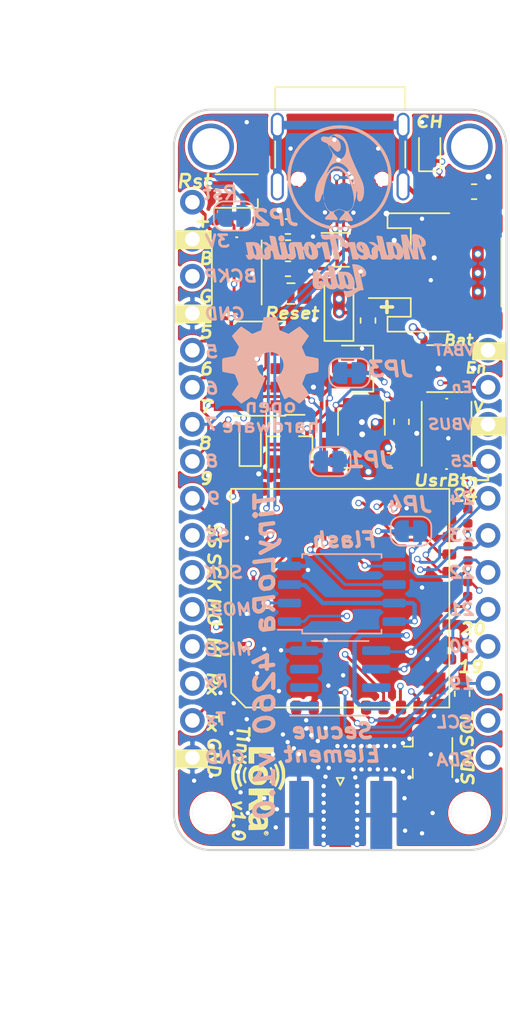
<source format=kicad_pcb>
(kicad_pcb (version 20171130) (host pcbnew "(5.1.5)-2")
  (title_block (title "TinyLoRa Breakout v1.1") (date 2019-06-23) (rev 1.1) (company "MakerTronika Labs") (comment 1 http://makertronika.com/) (comment 2 "design by Orkhan AmirAslan (azerimaker)"))
  (layers (0 Top.HF mixed) (1 In1.GND power) (2 In2.PWR power) (31 Bottom.LF mixed) (34 B.Paste user) (35 F.Paste user) (36 B.SilkS user) (37 F.SilkS user) (38 B.Mask user) (39 F.Mask user) (44 Edge.Cuts user))
  (net 0 "")
  (net 1 GND)
  (net 2 +BATT)
  (net 3 VBUS)
  (net 4 +3V3)
  (net 5 "Net-(D4-Pad1)")
  (net 6 "Net-(D4-Pad2)")
  (net 7 USB_N)
  (net 8 USB_P)
  (net 9 PA31_SWDIO)
  (net 10 PA30_SWDCLK)
  (net 11 ~RESET)
  (net 12 LDO_EN)
  (net 13 /Vin)
  (net 14 PA08_AIN0)
  (net 15 PA19_RX3)
  (net 16 PA16_I2C_SDA)
  (net 17 PA18_TX3)
  (net 18 PA17_I2C_SCL)
  (net 19 PA14)
  (net 20 PA15)
  (net 21 "Net-(U2-Pad4)")
  (net 22 "Net-(U5-Pad4)")
  (net 23 PB03_NC_BCKP)
  (net 24 PA22_SS)
  (net 25 PB23_SCK)
  (net 26 PA23_MOSI)
  (net 27 PB02_MISO)
  (net 28 PA05_RX1)
  (net 29 PA04_TX1)
  (net 30 PA27)
  (net 31 PA06_AIN6)
  (net 32 PA07_AIN7)
  (net 33 PA09_AIN1)
  (net 34 VDD_IN)
  (net 35 "Net-(C5-Pad1)")
  (net 36 "Net-(C5-Pad2)")
  (net 37 "Net-(C9-Pad1)")
  (net 38 "Net-(C12-Pad2)")
  (net 39 "Net-(C13-Pad2)")
  (net 40 "Net-(D2-Pad1)")
  (net 41 "Net-(D2-Pad2)")
  (net 42 "Net-(D5-Pad1)")
  (net 43 "Net-(D5-Pad2)")
  (net 44 "Net-(D5-Pad3)")
  (net 45 "Net-(D5-Pad4)")
  (net 46 "Net-(J1-Pad1)")
  (net 47 "Net-(J2-Pad1)")
  (net 48 "Net-(J3-PadB8)")
  (net 49 "Net-(J3-PadA5)")
  (net 50 "Net-(J3-PadA8)")
  (net 51 "Net-(J3-PadB5)")
  (net 52 "Net-(JP3-Pad2)")
  (net 53 "Net-(R6-Pad1)")
  (net 54 "Net-(U4-Pad21)")
  (net 55 "Net-(U5-Pad3)")
  (net 56 "Net-(J5-Pad6)")
  (net 57 "Net-(J5-Pad7)")
  (net 58 "Net-(J5-Pad8)")
  (net 59 "Net-(R3-Pad2)")
  (net 60 PB22_FlashCS)
  (module Custom_Logos:Lora-5 (layer Top.HF) (at 130.25 115.35 270)
    (fp_text reference G*** hide)
    (fp_text value LOGO hide)
  )
  (module Custom_Logos:Makertronika-SC-3 (layer Bottom.LF) (at 135.85 75.2 180)
    (fp_text reference G*** hide)
    (fp_text value LOGO hide)
  )
  (module Symbol:OSHW-Symbol_6.7x6mm_SilkScreen (layer Bottom.LF) (at 131.1 85.8 180)
    (fp_text reference REF** hide)
    (fp_text value OSHW-Symbol_6.7x6mm_SilkScreen hide)
  )
  (module Capacitor_SMD:C_0402_1005Metric (layer Top.HF) (at 127.45 94.165 270)
    (fp_text reference C13 hide)
    (fp_text value 100nF)
    (pad 1 smd roundrect (at -0.485 0 270) (size 0.59 0.64) (layers Top.HF F.Paste F.Mask) (net 1 GND))
    (pad 2 smd roundrect (at 0.485 0 270) (size 0.59 0.64) (layers Top.HF F.Paste F.Mask) (net 39 "Net-(C13-Pad2)"))
  )
  (module Diode_SMD:D_SOD-123 (layer Top.HF) (at 135.8 82.2 90)
    (fp_text reference D1 hide)
    (fp_text value MBR0520 hide)
    (pad 1 smd rect (at -1.65 0 90) (size 0.9 1.2) (layers Top.HF F.Paste F.Mask) (net 34 VDD_IN))
    (pad 2 smd rect (at 1.65 0 90) (size 0.9 1.2) (layers Top.HF F.Paste F.Mask) (net 3 VBUS))
  )
  (module Connector_Coaxial:U.FL_Hirose_U.FL-R-SMT-1_Vertical (layer Top.HF) (at 141.76 113.04)
    (fp_text reference J1 hide)
    (fp_text value U.FL-R-SMT-1 hide)
    (pad 2 smd rect (at 0.475 1.475) (size 2.2 1.05) (layers Top.HF F.Paste F.Mask) (net 1 GND))
    (pad 1 smd rect (at -1.05 0) (size 1.05 1) (layers Top.HF F.Paste F.Mask) (net 46 "Net-(J1-Pad1)"))
    (pad 2 smd rect (at 0.475 -1.475) (size 2.2 1.05) (layers Top.HF F.Paste F.Mask) (net 1 GND))
  )
  (module Connector_JST:JST_PH_S2B-PH-SM4-TB_1x02-1MP_P2.00mm_Horizontal (layer Top.HF) (at 142.45 79.75 90)
    (fp_text reference J4 hide)
    (fp_text value JST_PH hide)
    (pad 1 smd roundrect (at -1 -2.85 90) (size 1 3.5) (layers Top.HF F.Paste F.Mask) (net 2 +BATT))
    (pad 2 smd roundrect (at 1 -2.85 90) (size 1 3.5) (layers Top.HF F.Paste F.Mask) (net 1 GND))
    (pad MP smd roundrect (at -3.35 2.9 90) (size 1.5 3.4) (layers Top.HF F.Paste F.Mask) (roundrect_rratio 0.166667))
    (pad MP smd roundrect (at 3.35 2.9 90) (size 1.5 3.4) (layers Top.HF F.Paste F.Mask) (roundrect_rratio 0.166667))
  )
  (module Capacitor_SMD:C_0603_1608Metric (layer Top.HF) (at 145.09 74.21 180)
    (fp_text reference C12 hide)
    (fp_text value 10nF hide)
    (pad 1 smd roundrect (at -0.7875 0 180) (size 0.875 0.95) (layers Top.HF F.Paste F.Mask) (net 1 GND))
    (pad 2 smd roundrect (at 0.7875 0 180) (size 0.875 0.95) (layers Top.HF F.Paste F.Mask) (net 38 "Net-(C12-Pad2)"))
  )
  (module Capacitor_SMD:C_0603_1608Metric (layer Top.HF) (at 132.3 76.6 180)
    (fp_text reference C8 hide)
    (fp_text value 10nF hide)
    (pad 1 smd roundrect (at -0.7875 0 180) (size 0.875 0.95) (layers Top.HF F.Paste F.Mask) (net 13 /Vin))
    (pad 2 smd roundrect (at 0.7875 0 180) (size 0.875 0.95) (layers Top.HF F.Paste F.Mask) (net 1 GND))
  )
  (module Capacitor_SMD:C_0603_1608Metric (layer Top.HF) (at 132.3 79.5)
    (fp_text reference C9 hide)
    (fp_text value 100nF hide)
    (pad 2 smd roundrect (at 0.7875 0) (size 0.875 0.95) (layers Top.HF F.Paste F.Mask) (net 1 GND))
    (pad 1 smd roundrect (at -0.7875 0) (size 0.875 0.95) (layers Top.HF F.Paste F.Mask) (net 37 "Net-(C9-Pad1)"))
  )
  (module Capacitor_SMD:C_0603_1608Metric (layer Top.HF) (at 140.1 90 270)
    (fp_text reference C2 hide)
    (fp_text value 10uF hide)
    (pad 2 smd roundrect (at 0.7875 0 270) (size 0.875 0.95) (layers Top.HF F.Paste F.Mask) (net 1 GND))
    (pad 1 smd roundrect (at -0.7875 0 270) (size 0.875 0.95) (layers Top.HF F.Paste F.Mask) (net 34 VDD_IN))
  )
  (module Capacitor_SMD:C_0603_1608Metric (layer Top.HF) (at 144.272 108.6612 270)
    (fp_text reference C10 hide)
    (fp_text value 1uF hide)
    (pad 2 smd roundrect (at 0.7875 0 270) (size 0.875 0.95) (layers Top.HF F.Paste F.Mask) (net 1 GND))
    (pad 1 smd roundrect (at -0.7875 0 270) (size 0.875 0.95) (layers Top.HF F.Paste F.Mask) (net 4 +3V3))
  )
  (module Capacitor_SMD:C_0603_1608Metric (layer Top.HF) (at 139.3 92.65)
    (fp_text reference C3 hide)
    (fp_text value 10uF hide)
    (pad 2 smd roundrect (at 0.7875 0) (size 0.875 0.95) (layers Top.HF F.Paste F.Mask) (net 1 GND))
    (pad 1 smd roundrect (at -0.7875 0) (size 0.875 0.95) (layers Top.HF F.Paste F.Mask) (net 4 +3V3))
  )
  (module Capacitor_SMD:C_0402_1005Metric (layer Top.HF) (at 133.775 113.095 225)
    (fp_text reference C6 hide)
    (fp_text value DNM hide)
    (pad 1 smd roundrect (at -0.485 0 225) (size 0.59 0.64) (layers Top.HF F.Paste F.Mask) (net 36 "Net-(C5-Pad2)"))
    (pad 2 smd roundrect (at 0.485 0 225) (size 0.59 0.64) (layers Top.HF F.Paste F.Mask) (net 1 GND))
  )
  (module Capacitor_SMD:C_0402_1005Metric (layer Top.HF) (at 133.2 111.845 315)
    (fp_text reference C5 hide)
    (fp_text value 47pF hide)
    (pad 1 smd roundrect (at -0.485 0 315) (size 0.59 0.64) (layers Top.HF F.Paste F.Mask) (net 35 "Net-(C5-Pad1)"))
    (pad 2 smd roundrect (at 0.485 0 315) (size 0.59 0.64) (layers Top.HF F.Paste F.Mask) (net 36 "Net-(C5-Pad2)"))
  )
  (module Capacitor_SMD:C_0402_1005Metric (layer Top.HF) (at 132.375 110.675 180)
    (fp_text reference C7 hide)
    (fp_text value DNM hide)
    (pad 2 smd roundrect (at 0.485 0 180) (size 0.59 0.64) (layers Top.HF F.Paste F.Mask) (net 1 GND))
    (pad 1 smd roundrect (at -0.485 0 180) (size 0.59 0.64) (layers Top.HF F.Paste F.Mask) (net 35 "Net-(C5-Pad1)"))
  )
  (module Capacitor_SMD:C_0603_1608Metric (layer Top.HF) (at 136.35 92.65 180)
    (fp_text reference C4 hide)
    (fp_text value 100nF hide)
    (pad 1 smd roundrect (at -0.7875 0 180) (size 0.875 0.95) (layers Top.HF F.Paste F.Mask) (net 4 +3V3))
    (pad 2 smd roundrect (at 0.7875 0 180) (size 0.875 0.95) (layers Top.HF F.Paste F.Mask) (net 1 GND))
  )
  (module LED_SMD:LED_0603_1608Metric (layer Top.HF) (at 142.0368 71.3232 90)
    (fp_text reference D2 hide)
    (fp_text value CH_ORANGE hide)
    (pad 1 smd roundrect (at -0.7875 0 90) (size 0.875 0.95) (layers Top.HF F.Paste F.Mask) (net 40 "Net-(D2-Pad1)"))
    (pad 2 smd roundrect (at 0.7875 0 90) (size 0.875 0.95) (layers Top.HF F.Paste F.Mask) (net 41 "Net-(D2-Pad2)"))
  )
  (module LED_SMD:LED_Cree-PLCC4_2x2mm_CW (layer Top.HF) (at 128.778 74.168 180)
    (fp_text reference D5 hide)
    (fp_text value FM-B2020RGBA hide)
    (pad 1 smd rect (at -0.75 -0.55 180) (size 1 0.8) (layers Top.HF F.Paste F.Mask) (net 42 "Net-(D5-Pad1)"))
    (pad 2 smd rect (at 0.75 -0.55 180) (size 1 0.8) (layers Top.HF F.Paste F.Mask) (net 43 "Net-(D5-Pad2)"))
    (pad 3 smd rect (at 0.75 0.55 180) (size 1 0.8) (layers Top.HF F.Paste F.Mask) (net 44 "Net-(D5-Pad3)"))
    (pad 4 smd rect (at -0.75 0.55 180) (size 1 0.8) (layers Top.HF F.Paste F.Mask) (net 45 "Net-(D5-Pad4)"))
  )
  (module LED_SMD:LED_0603_1608Metric (layer Top.HF) (at 129.7 91.55 90)
    (fp_text reference D4 hide)
    (fp_text value PWR_BLUE hide)
    (pad 2 smd roundrect (at 0.7875 0 90) (size 0.875 0.95) (layers Top.HF F.Paste F.Mask) (net 6 "Net-(D4-Pad2)"))
    (pad 1 smd roundrect (at -0.7875 0 90) (size 0.875 0.95) (layers Top.HF F.Paste F.Mask) (net 5 "Net-(D4-Pad1)"))
  )
  (module Fuse:Fuse_0805_2012Metric (layer Top.HF) (at 132.5 81.2)
    (fp_text reference F1 hide)
    (fp_text value 1A hide)
    (pad 1 smd roundrect (at -0.9375 0) (size 0.975 1.4) (layers Top.HF F.Paste F.Mask) (net 37 "Net-(C9-Pad1)"))
    (pad 2 smd roundrect (at 0.9375 0) (size 0.975 1.4) (layers Top.HF F.Paste F.Mask) (net 3 VBUS))
  )
  (module Inductor_SMD:L_0603_1608Metric (layer Top.HF) (at 132.3 78.05 180)
    (fp_text reference FB1 hide)
    (fp_text value BLM18HE152SN1D hide)
    (pad 1 smd roundrect (at -0.7875 0 180) (size 0.875 0.95) (layers Top.HF F.Paste F.Mask) (net 13 /Vin))
    (pad 2 smd roundrect (at 0.7875 0 180) (size 0.875 0.95) (layers Top.HF F.Paste F.Mask) (net 37 "Net-(C9-Pad1)"))
  )
  (module Connector_PinHeader_1.27mm:PinHeader_2x05_P1.27mm_Vertical_SMD (layer Top.HF) (at 130.35 86.35 180)
    (fp_text reference J5 hide)
    (fp_text value Conn_ARM_JTAG_SWD_10 hide)
    (pad 1 smd rect (at -1.95 -2.54 180) (size 2.4 0.74) (layers Top.HF F.Paste F.Mask) (net 4 +3V3))
    (pad 2 smd rect (at 1.95 -2.54 180) (size 2.4 0.74) (layers Top.HF F.Paste F.Mask) (net 9 PA31_SWDIO))
    (pad 3 smd rect (at -1.95 -1.27 180) (size 2.4 0.74) (layers Top.HF F.Paste F.Mask) (net 1 GND))
    (pad 4 smd rect (at 1.95 -1.27 180) (size 2.4 0.74) (layers Top.HF F.Paste F.Mask) (net 10 PA30_SWDCLK))
    (pad 5 smd rect (at -1.95 0 180) (size 2.4 0.74) (layers Top.HF F.Paste F.Mask) (net 1 GND))
    (pad 6 smd rect (at 1.95 0 180) (size 2.4 0.74) (layers Top.HF F.Paste F.Mask) (net 56 "Net-(J5-Pad6)"))
    (pad 7 smd rect (at -1.95 1.27 180) (size 2.4 0.74) (layers Top.HF F.Paste F.Mask) (net 57 "Net-(J5-Pad7)"))
    (pad 8 smd rect (at 1.95 1.27 180) (size 2.4 0.74) (layers Top.HF F.Paste F.Mask) (net 58 "Net-(J5-Pad8)"))
    (pad 9 smd rect (at -1.95 2.54 180) (size 2.4 0.74) (layers Top.HF F.Paste F.Mask) (net 1 GND))
    (pad 10 smd rect (at 1.95 2.54 180) (size 2.4 0.74) (layers Top.HF F.Paste F.Mask) (net 11 ~RESET))
  )
  (module tinylora_v1:SMA_J_P_X_ST_EM1_EdgeMount (layer Top.HF) (at 135.89 116.84 270)
    (fp_text reference J2 hide)
    (fp_text value SMA-Edge-Mount hide)
    (pad 2 smd rect (at 0.15 2.825) (size 1.35 4.7) (layers Bottom.LF B.Paste B.Mask) (net 1 GND))
    (pad 2 smd rect (at 0.15 -2.825) (size 1.5 4.7) (layers Bottom.LF B.Paste B.Mask) (net 1 GND))
    (pad 2 smd rect (at 0.15 2.825) (size 1.35 4.7) (layers Top.HF F.Paste F.Mask) (net 1 GND))
    (pad 2 smd rect (at 0.15 -2.825) (size 1.5 4.7) (layers Top.HF F.Paste F.Mask) (net 1 GND))
    (pad 1 smd rect (at 0.127 0) (size 1.5 4.4) (layers Top.HF F.Paste F.Mask) (net 47 "Net-(J2-Pad1)"))
  )
  (module Jumper:SolderJumper-2_P1.3mm_Bridged_RoundedPad1.0x1.5mm (layer Bottom.LF) (at 128.6 75.875)
    (fp_text reference JP2 hide)
    (fp_text value RGB-Cut hide)
    (fp_poly (pts (xy 0.25 0.3) (xy -0.25 0.3) (xy -0.25 -0.3) (xy 0.25 -0.3)) (layer Bottom.LF) (width 0))
    (pad 1 smd custom (at -0.65 0) (size 1 0.5) (layers Bottom.LF B.Mask) (net 4 +3V3) (options (clearance outline) (anchor rect)) (primitives (gr_circle (center 0 -0.25) (end 0.5 -0.25) (width 0)) (gr_circle (center 0 0.25) (end 0.5 0.25) (width 0)) (gr_poly (pts (xy 0 0.75) (xy 0.5 0.75) (xy 0.5 -0.75) (xy 0 -0.75)) (width 0))))
    (pad 2 smd custom (at 0.65 0) (size 1 0.5) (layers Bottom.LF B.Mask) (net 44 "Net-(D5-Pad3)") (options (clearance outline) (anchor rect)) (primitives (gr_circle (center 0 -0.25) (end 0.5 -0.25) (width 0)) (gr_circle (center 0 0.25) (end 0.5 0.25) (width 0)) (gr_poly (pts (xy 0 0.75) (xy -0.5 0.75) (xy -0.5 -0.75) (xy 0 -0.75)) (width 0))))
  )
  (module Jumper:SolderJumper-2_P1.3mm_Bridged_RoundedPad1.0x1.5mm (layer Bottom.LF) (at 140.75 97.5 180)
    (fp_text reference JP4 hide)
    (fp_text value ADC-PIN-Cut hide)
    (fp_poly (pts (xy 0.25 0.3) (xy -0.25 0.3) (xy -0.25 -0.3) (xy 0.25 -0.3)) (layer Bottom.LF) (width 0))
    (pad 1 smd custom (at -0.65 0 180) (size 1 0.5) (layers Bottom.LF B.Mask) (net 14 PA08_AIN0) (options (clearance outline) (anchor rect)) (primitives (gr_circle (center 0 -0.25) (end 0.5 -0.25) (width 0)) (gr_circle (center 0 0.25) (end 0.5 0.25) (width 0)) (gr_poly (pts (xy 0 0.75) (xy 0.5 0.75) (xy 0.5 -0.75) (xy 0 -0.75)) (width 0))))
    (pad 2 smd custom (at 0.65 0 180) (size 1 0.5) (layers Bottom.LF B.Mask) (net 39 "Net-(C13-Pad2)") (options (clearance outline) (anchor rect)) (primitives (gr_circle (center 0 -0.25) (end 0.5 -0.25) (width 0)) (gr_circle (center 0 0.25) (end 0.5 0.25) (width 0)) (gr_poly (pts (xy 0 0.75) (xy -0.5 0.75) (xy -0.5 -0.75) (xy 0 -0.75)) (width 0))))
  )
  (module Jumper:SolderJumper-2_P1.3mm_Bridged_RoundedPad1.0x1.5mm (layer Bottom.LF) (at 135.2 92.73 180)
    (fp_text reference JP1 hide)
    (fp_text value PWRLED-Cut hide)
    (fp_poly (pts (xy 0.25 0.3) (xy -0.25 0.3) (xy -0.25 -0.3) (xy 0.25 -0.3)) (layer Bottom.LF) (width 0))
    (pad 2 smd custom (at 0.65 0 180) (size 1 0.5) (layers Bottom.LF B.Mask) (net 6 "Net-(D4-Pad2)") (options (clearance outline) (anchor rect)) (primitives (gr_circle (center 0 -0.25) (end 0.5 -0.25) (width 0)) (gr_circle (center 0 0.25) (end 0.5 0.25) (width 0)) (gr_poly (pts (xy 0 0.75) (xy -0.5 0.75) (xy -0.5 -0.75) (xy 0 -0.75)) (width 0))))
    (pad 1 smd custom (at -0.65 0 180) (size 1 0.5) (layers Bottom.LF B.Mask) (net 4 +3V3) (options (clearance outline) (anchor rect)) (primitives (gr_circle (center 0 -0.25) (end 0.5 -0.25) (width 0)) (gr_circle (center 0 0.25) (end 0.5 0.25) (width 0)) (gr_poly (pts (xy 0 0.75) (xy 0.5 0.75) (xy 0.5 -0.75) (xy 0 -0.75)) (width 0))))
  )
  (module Jumper:SolderJumper-2_P1.3mm_Bridged_RoundedPad1.0x1.5mm (layer Bottom.LF) (at 136.525 86.65 180)
    (fp_text reference JP3 hide)
    (fp_text value ADCV-Cut hide)
    (fp_poly (pts (xy 0.25 0.3) (xy -0.25 0.3) (xy -0.25 -0.3) (xy 0.25 -0.3)) (layer Bottom.LF) (width 0))
    (pad 2 smd custom (at 0.65 0 180) (size 1 0.5) (layers Bottom.LF B.Mask) (net 52 "Net-(JP3-Pad2)") (options (clearance outline) (anchor rect)) (primitives (gr_circle (center 0 -0.25) (end 0.5 -0.25) (width 0)) (gr_circle (center 0 0.25) (end 0.5 0.25) (width 0)) (gr_poly (pts (xy 0 0.75) (xy -0.5 0.75) (xy -0.5 -0.75) (xy 0 -0.75)) (width 0))))
    (pad 1 smd custom (at -0.65 0 180) (size 1 0.5) (layers Bottom.LF B.Mask) (net 2 +BATT) (options (clearance outline) (anchor rect)) (primitives (gr_circle (center 0 -0.25) (end 0.5 -0.25) (width 0)) (gr_circle (center 0 0.25) (end 0.5 0.25) (width 0)) (gr_poly (pts (xy 0 0.75) (xy 0.5 0.75) (xy 0.5 -0.75) (xy 0 -0.75)) (width 0))))
  )
  (module Resistor_SMD:R_0402_1005Metric (layer Top.HF) (at 142.2424 74.4828 180)
    (fp_text reference R12 hide)
    (fp_text value 1M hide)
    (pad 2 smd roundrect (at 0.485 0 180) (size 0.59 0.64) (layers Top.HF F.Paste F.Mask) (net 38 "Net-(C12-Pad2)"))
    (pad 1 smd roundrect (at -0.485 0 180) (size 0.59 0.64) (layers Top.HF F.Paste F.Mask) (net 1 GND))
  )
  (module Resistor_SMD:R_0402_1005Metric (layer Top.HF) (at 140 87.4 90)
    (fp_text reference R6 hide)
    (fp_text value 4K7 hide)
    (pad 1 smd roundrect (at -0.485 0 90) (size 0.59 0.64) (layers Top.HF F.Paste F.Mask) (net 53 "Net-(R6-Pad1)"))
    (pad 2 smd roundrect (at 0.485 0 90) (size 0.59 0.64) (layers Top.HF F.Paste F.Mask) (net 1 GND))
  )
  (module Resistor_SMD:R_0402_1005Metric (layer Top.HF) (at 142.2424 73.4668 180)
    (fp_text reference R4 hide)
    (fp_text value 1K5 hide)
    (pad 2 smd roundrect (at 0.485 0 180) (size 0.59 0.64) (layers Top.HF F.Paste F.Mask) (net 41 "Net-(D2-Pad2)"))
    (pad 1 smd roundrect (at -0.485 0 180) (size 0.59 0.64) (layers Top.HF F.Paste F.Mask) (net 3 VBUS))
  )
  (module Resistor_SMD:R_0402_1005Metric (layer Top.HF) (at 129.667 76.2 180)
    (fp_text reference R9 hide)
    (fp_text value 1K5 hide)
    (pad 2 smd roundrect (at 0.485 0 180) (size 0.59 0.64) (layers Top.HF F.Paste F.Mask) (net 15 PA19_RX3))
    (pad 1 smd roundrect (at -0.485 0 180) (size 0.59 0.64) (layers Top.HF F.Paste F.Mask) (net 42 "Net-(D5-Pad1)"))
  )
  (module Resistor_SMD:R_0402_1005Metric (layer Top.HF) (at 144.67 99.03 270)
    (fp_text reference R13 hide)
    (fp_text value 4K7 hide)
    (pad 1 smd roundrect (at -0.485 0 270) (size 0.59 0.64) (layers Top.HF F.Paste F.Mask) (net 4 +3V3))
    (pad 2 smd roundrect (at 0.485 0 270) (size 0.59 0.64) (layers Top.HF F.Paste F.Mask) (net 16 PA16_I2C_SDA))
  )
  (module Resistor_SMD:R_0402_1005Metric (layer Top.HF) (at 129.921 71.501 90)
    (fp_text reference R10 hide)
    (fp_text value 1K5 hide)
    (pad 1 smd roundrect (at -0.485 0 90) (size 0.59 0.64) (layers Top.HF F.Paste F.Mask) (net 45 "Net-(D5-Pad4)"))
    (pad 2 smd roundrect (at 0.485 0 90) (size 0.59 0.64) (layers Top.HF F.Paste F.Mask) (net 17 PA18_TX3))
  )
  (module Resistor_SMD:R_0402_1005Metric (layer Top.HF) (at 144.65 101.475 270)
    (fp_text reference R14 hide)
    (fp_text value 4K7 hide)
    (pad 1 smd roundrect (at -0.485 0 270) (size 0.59 0.64) (layers Top.HF F.Paste F.Mask) (net 4 +3V3))
    (pad 2 smd roundrect (at 0.485 0 270) (size 0.59 0.64) (layers Top.HF F.Paste F.Mask) (net 18 PA17_I2C_SCL))
  )
  (module Resistor_SMD:R_0402_1005Metric (layer Top.HF) (at 127.775 76.2)
    (fp_text reference R11 hide)
    (fp_text value 1K5 hide)
    (pad 2 smd roundrect (at 0.485 0) (size 0.59 0.64) (layers Top.HF F.Paste F.Mask) (net 19 PA14))
    (pad 1 smd roundrect (at -0.485 0) (size 0.59 0.64) (layers Top.HF F.Paste F.Mask) (net 43 "Net-(D5-Pad2)"))
  )
  (module Resistor_SMD:R_0402_1005Metric (layer Top.HF) (at 128.4 91.075 90)
    (fp_text reference R8 hide)
    (fp_text value 10K hide)
    (pad 2 smd roundrect (at 0.485 0 90) (size 0.59 0.64) (layers Top.HF F.Paste F.Mask) (net 11 ~RESET))
    (pad 1 smd roundrect (at -0.485 0 90) (size 0.59 0.64) (layers Top.HF F.Paste F.Mask) (net 4 +3V3))
  )
  (module Resistor_SMD:R_0402_1005Metric (layer Top.HF) (at 129 93.8)
    (fp_text reference R15 hide)
    (fp_text value 1M hide)
    (pad 2 smd roundrect (at 0.485 0) (size 0.59 0.64) (layers Top.HF F.Paste F.Mask) (net 52 "Net-(JP3-Pad2)"))
    (pad 1 smd roundrect (at -0.485 0) (size 0.59 0.64) (layers Top.HF F.Paste F.Mask) (net 39 "Net-(C13-Pad2)"))
  )
  (module Resistor_SMD:R_0402_1005Metric (layer Top.HF) (at 127.45 96.1 90)
    (fp_text reference R16 hide)
    (fp_text value 3M6 hide)
    (pad 1 smd roundrect (at -0.485 0 90) (size 0.59 0.64) (layers Top.HF F.Paste F.Mask) (net 1 GND))
    (pad 2 smd roundrect (at 0.485 0 90) (size 0.59 0.64) (layers Top.HF F.Paste F.Mask) (net 39 "Net-(C13-Pad2)"))
  )
  (module Resistor_SMD:R_0402_1005Metric (layer Top.HF) (at 127.9 92.575 180)
    (fp_text reference R7 hide)
    (fp_text value 1K5 hide)
    (pad 1 smd roundrect (at -0.485 0 180) (size 0.59 0.64) (layers Top.HF F.Paste F.Mask) (net 5 "Net-(D4-Pad1)"))
    (pad 2 smd roundrect (at 0.485 0 180) (size 0.59 0.64) (layers Top.HF F.Paste F.Mask) (net 1 GND))
  )
  (module Resistor_SMD:R_0402_1005Metric (layer Top.HF) (at 136.314784 113.04415)
    (fp_text reference R1 hide)
    (fp_text value DNM hide)
    (pad 2 smd roundrect (at 0.485 0) (size 0.59 0.64) (layers Top.HF F.Paste F.Mask) (net 46 "Net-(J1-Pad1)"))
    (pad 1 smd roundrect (at -0.485 0) (size 0.59 0.64) (layers Top.HF F.Paste F.Mask) (net 36 "Net-(C5-Pad2)"))
  )
  (module Resistor_SMD:R_0402_1005Metric (layer Top.HF) (at 135.862868 113.496066 90)
    (fp_text reference R2 hide)
    (fp_text value 0R hide)
    (pad 1 smd roundrect (at -0.485 0 90) (size 0.59 0.64) (layers Top.HF F.Paste F.Mask) (net 47 "Net-(J2-Pad1)"))
    (pad 2 smd roundrect (at 0.485 0 90) (size 0.59 0.64) (layers Top.HF F.Paste F.Mask) (net 36 "Net-(C5-Pad2)"))
  )
  (module Package_TO_SOT_SMD:SOT-23-5 (layer Top.HF) (at 142.75 86.35 180)
    (fp_text reference U1 hide)
    (fp_text value MCP73831 hide)
    (pad 1 smd rect (at -1.1 -0.95 180) (size 1.06 0.65) (layers Top.HF F.Paste F.Mask) (net 40 "Net-(D2-Pad1)"))
    (pad 2 smd rect (at -1.1 0 180) (size 1.06 0.65) (layers Top.HF F.Paste F.Mask) (net 1 GND))
    (pad 3 smd rect (at -1.1 0.95 180) (size 1.06 0.65) (layers Top.HF F.Paste F.Mask) (net 2 +BATT))
    (pad 4 smd rect (at 1.1 0.95 180) (size 1.06 0.65) (layers Top.HF F.Paste F.Mask) (net 3 VBUS))
    (pad 5 smd rect (at 1.1 -0.95 180) (size 1.06 0.65) (layers Top.HF F.Paste F.Mask) (net 53 "Net-(R6-Pad1)"))
  )
  (module Package_TO_SOT_SMD:SOT-363_SC-70-6 (layer Top.HF) (at 135.8 78.2)
    (fp_text reference U5 hide)
    (fp_text value NUP2202 hide)
    (pad 1 smd rect (at -0.95 -0.65) (size 0.65 0.4) (layers Top.HF F.Paste F.Mask) (net 7 USB_N))
    (pad 3 smd rect (at -0.95 0.65) (size 0.65 0.4) (layers Top.HF F.Paste F.Mask) (net 55 "Net-(U5-Pad3)"))
    (pad 5 smd rect (at 0.95 0) (size 0.65 0.4) (layers Top.HF F.Paste F.Mask) (net 13 /Vin))
    (pad 2 smd rect (at -0.95 0) (size 0.65 0.4) (layers Top.HF F.Paste F.Mask) (net 1 GND))
    (pad 4 smd rect (at 0.95 0.65) (size 0.65 0.4) (layers Top.HF F.Paste F.Mask) (net 22 "Net-(U5-Pad4)"))
    (pad 6 smd rect (at 0.95 -0.65) (size 0.65 0.4) (layers Top.HF F.Paste F.Mask) (net 8 USB_P))
  )
  (module Package_TO_SOT_SMD:SOT-23 (layer Top.HF) (at 132.4 91.75 90)
    (fp_text reference U3 hide)
    (fp_text value MAX809STRG hide)
    (pad 1 smd rect (at -1 -0.95 90) (size 0.9 0.8) (layers Top.HF F.Paste F.Mask) (net 1 GND))
    (pad 2 smd rect (at -1 0.95 90) (size 0.9 0.8) (layers Top.HF F.Paste F.Mask) (net 59 "Net-(R3-Pad2)"))
    (pad 3 smd rect (at 1 0 90) (size 0.9 0.8) (layers Top.HF F.Paste F.Mask) (net 34 VDD_IN))
  )
  (module Package_SO:SOIC-8_3.9x4.9mm_P1.27mm (layer Bottom.LF) (at 135.89 107.6)
    (fp_text reference U7 hide)
    (fp_text value ATECC608A-TNGLORAS hide)
    (pad 1 smd roundrect (at -2.475 1.905) (size 1.95 0.6) (layers Bottom.LF B.Paste B.Mask))
    (pad 2 smd roundrect (at -2.475 0.635) (size 1.95 0.6) (layers Bottom.LF B.Paste B.Mask))
    (pad 3 smd roundrect (at -2.475 -0.635) (size 1.95 0.6) (layers Bottom.LF B.Paste B.Mask))
    (pad 4 smd roundrect (at -2.475 -1.905) (size 1.95 0.6) (layers Bottom.LF B.Paste B.Mask) (net 1 GND))
    (pad 5 smd roundrect (at 2.475 -1.905) (size 1.95 0.6) (layers Bottom.LF B.Paste B.Mask) (net 16 PA16_I2C_SDA))
    (pad 6 smd roundrect (at 2.475 -0.635) (size 1.95 0.6) (layers Bottom.LF B.Paste B.Mask) (net 18 PA17_I2C_SCL))
    (pad 7 smd roundrect (at 2.475 0.635) (size 1.95 0.6) (layers Bottom.LF B.Paste B.Mask))
    (pad 8 smd roundrect (at 2.475 1.905) (size 1.95 0.6) (layers Bottom.LF B.Paste B.Mask) (net 4 +3V3))
  )
  (module Package_TO_SOT_SMD:SOT-23-5 (layer Top.HF) (at 137.35 90 270)
    (fp_text reference U2 hide)
    (fp_text value ME6215C33 hide)
    (pad 5 smd rect (at 1.1 -0.95 270) (size 1.06 0.65) (layers Top.HF F.Paste F.Mask) (net 4 +3V3))
    (pad 4 smd rect (at 1.1 0.95 270) (size 1.06 0.65) (layers Top.HF F.Paste F.Mask) (net 21 "Net-(U2-Pad4)"))
    (pad 3 smd rect (at -1.1 0.95 270) (size 1.06 0.65) (layers Top.HF F.Paste F.Mask) (net 12 LDO_EN))
    (pad 2 smd rect (at -1.1 0 270) (size 1.06 0.65) (layers Top.HF F.Paste F.Mask) (net 1 GND))
    (pad 1 smd rect (at -1.1 -0.95 270) (size 1.06 0.65) (layers Top.HF F.Paste F.Mask) (net 34 VDD_IN))
  )
  (module mcu_footprints:Feather-Generic (layer Top.HF) (at 124.46 68.58)
    (fp_text reference U6 hide)
    (fp_text value Feather-Generic hide)
    (pad "" thru_hole circle (at 2.54 2.54) (size 3.175 3.175) (drill 2.54) (layers *.Cu *.Mask))
    (pad "" thru_hole circle (at 20.32 2.54) (size 3.175 3.175) (drill 2.54) (layers *.Cu *.Mask))
    (pad "" thru_hole circle (at 20.32 48.26) (size 2.54 2.54) (drill 2.54) (layers *.Cu *.Mask))
    (pad "" thru_hole circle (at 2.54 48.26) (size 2.54 2.54) (drill 2.54) (layers *.Cu *.Mask))
    (pad 1 thru_hole oval (at 1.27 6.35) (size 1.7 1.7) (drill 1) (layers *.Cu *.Mask) (net 11 ~RESET))
    (pad 2 thru_hole oval (at 1.27 8.89) (size 1.7 1.7) (drill 1) (layers *.Cu *.Mask) (net 4 +3V3))
    (pad 3 thru_hole oval (at 1.27 11.43) (size 1.7 1.7) (drill 1) (layers *.Cu *.Mask) (net 23 PB03_NC_BCKP))
    (pad 4 thru_hole oval (at 1.27 13.97) (size 1.7 1.7) (drill 1) (layers *.Cu *.Mask) (net 1 GND))
    (pad 5 thru_hole oval (at 1.27 16.51) (size 1.7 1.7) (drill 1) (layers *.Cu *.Mask) (net 19 PA14))
    (pad 6 thru_hole oval (at 1.27 19.05) (size 1.7 1.7) (drill 1) (layers *.Cu *.Mask) (net 17 PA18_TX3))
    (pad 7 thru_hole oval (at 1.27 21.59) (size 1.7 1.7) (drill 1) (layers *.Cu *.Mask) (net 15 PA19_RX3))
    (pad 8 thru_hole oval (at 1.27 24.13) (size 1.7 1.7) (drill 1) (layers *.Cu *.Mask) (net 10 PA30_SWDCLK))
    (pad 9 thru_hole oval (at 1.27 26.67) (size 1.7 1.7) (drill 1) (layers *.Cu *.Mask) (net 9 PA31_SWDIO))
    (pad 10 thru_hole oval (at 1.27 29.21) (size 1.7 1.7) (drill 1) (layers *.Cu *.Mask) (net 24 PA22_SS))
    (pad 11 thru_hole oval (at 1.27 31.75) (size 1.7 1.7) (drill 1) (layers *.Cu *.Mask) (net 25 PB23_SCK))
    (pad 12 thru_hole oval (at 1.27 34.29) (size 1.7 1.7) (drill 1) (layers *.Cu *.Mask) (net 26 PA23_MOSI))
    (pad 13 thru_hole oval (at 1.27 36.83) (size 1.7 1.7) (drill 1) (layers *.Cu *.Mask) (net 27 PB02_MISO))
    (pad 14 thru_hole oval (at 1.27 39.37) (size 1.7 1.7) (drill 1) (layers *.Cu *.Mask) (net 28 PA05_RX1))
    (pad 15 thru_hole oval (at 1.27 41.91) (size 1.7 1.7) (drill 1) (layers *.Cu *.Mask) (net 29 PA04_TX1))
    (pad 16 thru_hole oval (at 1.27 44.45) (size 1.7 1.7) (drill 1) (layers *.Cu *.Mask) (net 1 GND))
    (pad 17 thru_hole oval (at 21.59 44.45) (size 1.7 1.7) (drill 1) (layers *.Cu *.Mask) (net 16 PA16_I2C_SDA))
    (pad 18 thru_hole oval (at 21.59 41.91) (size 1.7 1.7) (drill 1) (layers *.Cu *.Mask) (net 18 PA17_I2C_SCL))
    (pad 19 thru_hole oval (at 21.59 39.37) (size 1.7 1.7) (drill 1) (layers *.Cu *.Mask) (net 30 PA27))
    (pad 20 thru_hole oval (at 21.59 36.83) (size 1.7 1.7) (drill 1) (layers *.Cu *.Mask) (net 31 PA06_AIN6))
    (pad 21 thru_hole oval (at 21.59 34.29) (size 1.7 1.7) (drill 1) (layers *.Cu *.Mask) (net 32 PA07_AIN7))
    (pad 22 thru_hole oval (at 21.59 31.75) (size 1.7 1.7) (drill 1) (layers *.Cu *.Mask) (net 14 PA08_AIN0))
    (pad 23 thru_hole oval (at 21.59 29.21) (size 1.7 1.7) (drill 1) (layers *.Cu *.Mask) (net 33 PA09_AIN1))
    (pad 24 thru_hole oval (at 21.59 26.67) (size 1.7 1.7) (drill 1) (layers *.Cu *.Mask) (net 60 PB22_FlashCS))
    (pad 25 thru_hole oval (at 21.59 24.13) (size 1.7 1.7) (drill 1) (layers *.Cu *.Mask) (net 20 PA15))
    (pad 26 thru_hole oval (at 21.59 21.59) (size 1.7 1.7) (drill 1) (layers *.Cu *.Mask) (net 3 VBUS))
    (pad 27 thru_hole oval (at 21.59 19.05) (size 1.7 1.7) (drill 1) (layers *.Cu *.Mask) (net 12 LDO_EN))
    (pad 28 thru_hole oval (at 21.59 16.51) (size 1.7 1.7) (drill 1) (layers *.Cu *.Mask) (net 2 +BATT))
  )
  (module Connector_USB:USB_C_Receptacle_Palconn_UTC16-G (layer Top.HF) (at 135.89 71.882 180)
    (fp_text reference J3 hide)
    (fp_text value USB_C_Receptacle_USB2.0 hide)
    (pad S1 thru_hole oval (at -4.32 -1.93 270) (size 2 0.9) (drill oval 1.7 0.6) (layers *.Cu *.Mask) (net 38 "Net-(C12-Pad2)"))
    (pad S1 thru_hole oval (at 4.32 -1.93 270) (size 2 0.9) (drill oval 1.7 0.6) (layers *.Cu *.Mask) (net 38 "Net-(C12-Pad2)"))
    (pad S1 thru_hole oval (at -4.32 2.24 270) (size 1.7 0.9) (drill oval 1.4 0.6) (layers *.Cu *.Mask) (net 38 "Net-(C12-Pad2)"))
    (pad S1 thru_hole oval (at 4.32 2.24 270) (size 1.7 0.9) (drill oval 1.4 0.6) (layers *.Cu *.Mask) (net 38 "Net-(C12-Pad2)"))
    (pad B7 smd rect (at -0.75 -2.51) (size 0.3 1.16) (layers Top.HF F.Paste F.Mask) (net 7 USB_N))
    (pad A6 smd rect (at -0.25 -2.51) (size 0.3 1.16) (layers Top.HF F.Paste F.Mask) (net 8 USB_P))
    (pad A7 smd rect (at 0.25 -2.51) (size 0.3 1.16) (layers Top.HF F.Paste F.Mask) (net 7 USB_N))
    (pad B8 smd rect (at -1.75 -2.51) (size 0.3 1.16) (layers Top.HF F.Paste F.Mask) (net 48 "Net-(J3-PadB8)"))
    (pad A5 smd rect (at -1.25 -2.51) (size 0.3 1.16) (layers Top.HF F.Paste F.Mask) (net 49 "Net-(J3-PadA5)"))
    (pad A8 smd rect (at 1.25 -2.51) (size 0.3 1.16) (layers Top.HF F.Paste F.Mask) (net 50 "Net-(J3-PadA8)"))
    (pad B6 smd rect (at 0.75 -2.51) (size 0.3 1.16) (layers Top.HF F.Paste F.Mask) (net 8 USB_P))
    (pad B5 smd rect (at 1.75 -2.51) (size 0.3 1.16) (layers Top.HF F.Paste F.Mask) (net 51 "Net-(J3-PadB5)"))
    (pad "" np_thru_hole circle (at 2.89 -1.45) (size 0.6 0.6) (drill 0.6) (layers *.Cu *.Mask))
    (pad "" np_thru_hole circle (at -2.89 -1.45) (size 0.6 0.6) (drill 0.6) (layers *.Cu *.Mask))
    (pad A4 smd rect (at -2.4 -2.51 180) (size 0.6 1.16) (layers Top.HF F.Paste F.Mask) (net 13 /Vin))
    (pad B9 smd rect (at -2.4 -2.51 180) (size 0.6 1.16) (layers Top.HF F.Paste F.Mask) (net 13 /Vin))
    (pad A1 smd rect (at -3.2 -2.51 180) (size 0.6 1.16) (layers Top.HF F.Paste F.Mask) (net 1 GND))
    (pad B12 smd rect (at -3.2 -2.51 180) (size 0.6 1.16) (layers Top.HF F.Paste F.Mask) (net 1 GND))
    (pad B4 smd rect (at 2.4 -2.51 180) (size 0.6 1.16) (layers Top.HF F.Paste F.Mask) (net 13 /Vin))
    (pad B1 smd rect (at 3.2 -2.51 180) (size 0.6 1.16) (layers Top.HF F.Paste F.Mask) (net 1 GND))
    (pad A9 smd rect (at 2.4 -2.51 180) (size 0.6 1.16) (layers Top.HF F.Paste F.Mask) (net 13 /Vin))
    (pad A12 smd rect (at 3.2 -2.51 180) (size 0.6 1.16) (layers Top.HF F.Paste F.Mask) (net 1 GND))
  )
  (module switch-footprints:SW_Push_SKRPACE010 (layer Top.HF) (at 128.778 79.756 270)
    (fp_text reference SW2 hide)
    (fp_text value RESET hide)
    (pad 2 smd rect (at 2.075 1.07 90) (size 1.05 0.66) (layers Top.HF F.Paste F.Mask) (net 11 ~RESET))
    (pad 1 smd rect (at 2.075 -1.07 90) (size 1.05 0.66) (layers Top.HF F.Paste F.Mask) (net 1 GND))
    (pad 2 smd rect (at -2.075 1.07 90) (size 1.05 0.66) (layers Top.HF F.Paste F.Mask) (net 11 ~RESET))
    (pad 1 smd rect (at -2.075 -1.07 90) (size 1.05 0.66) (layers Top.HF F.Paste F.Mask) (net 1 GND))
  )
  (module Capacitor_SMD:C_0402_1005Metric (layer Top.HF) (at 127.4 91.075 270)
    (fp_text reference C11 hide)
    (fp_text value 100nF)
    (pad 1 smd roundrect (at -0.485 0 270) (size 0.59 0.64) (layers Top.HF F.Paste F.Mask) (net 11 ~RESET))
    (pad 2 smd roundrect (at 0.485 0 270) (size 0.59 0.64) (layers Top.HF F.Paste F.Mask) (net 1 GND))
  )
  (module Capacitor_SMD:C_0603_1608Metric (layer Top.HF) (at 137.8 83.05 270)
    (fp_text reference C1 hide)
    (fp_text value 10uF)
    (pad 1 smd roundrect (at -0.7875 0 270) (size 0.875 0.95) (layers Top.HF F.Paste F.Mask) (net 2 +BATT))
    (pad 2 smd roundrect (at 0.7875 0 270) (size 0.875 0.95) (layers Top.HF F.Paste F.Mask) (net 1 GND))
  )
  (module Package_TO_SOT_SMD:SOT-23 (layer Top.HF) (at 137.4 86.35)
    (fp_text reference Q1 hide)
    (fp_text value SI2323DS)
    (pad 1 smd rect (at -1 -0.95) (size 0.9 0.8) (layers Top.HF F.Paste F.Mask) (net 3 VBUS))
    (pad 2 smd rect (at -1 0.95) (size 0.9 0.8) (layers Top.HF F.Paste F.Mask) (net 34 VDD_IN))
    (pad 3 smd rect (at 1 0) (size 0.9 0.8) (layers Top.HF F.Paste F.Mask) (net 2 +BATT))
  )
  (module Resistor_SMD:R_0402_1005Metric (layer Top.HF) (at 134.8 90.9 270)
    (fp_text reference R3 hide)
    (fp_text value 100K)
    (pad 2 smd roundrect (at 0.485 0 270) (size 0.59 0.64) (layers Top.HF F.Paste F.Mask) (net 59 "Net-(R3-Pad2)"))
    (pad 1 smd roundrect (at -0.485 0 270) (size 0.59 0.64) (layers Top.HF F.Paste F.Mask) (net 12 LDO_EN))
  )
  (module Resistor_SMD:R_0402_1005Metric (layer Top.HF) (at 140 85.5 270)
    (fp_text reference R5 hide)
    (fp_text value 100K)
    (pad 1 smd roundrect (at -0.485 0 270) (size 0.59 0.64) (layers Top.HF F.Paste F.Mask) (net 3 VBUS))
    (pad 2 smd roundrect (at 0.485 0 270) (size 0.59 0.64) (layers Top.HF F.Paste F.Mask) (net 1 GND))
  )
  (module rak4260:RAK4260-footprint_w_solder_paste (layer Top.HF) (at 135.89 102.101 90)
    (fp_text reference U4 hide)
    (fp_text value RAK4260 hide)
    (pad 37 smd rect (at -6.61 -5.71 90) (size 1.5 1.5) (layers Top.HF F.Paste F.Mask) (net 1 GND))
    (pad 37 smd rect (at 5.83 -6.47 90) (size 1.5 1.5) (layers Top.HF F.Paste F.Mask) (net 1 GND))
    (pad 37 smd rect (at 6.6 5.85 90) (size 1.5 1.5) (layers Top.HF F.Paste F.Mask) (net 1 GND))
    (pad 37 smd rect (at -5.85 6.48 90) (size 1.5 1.5) (layers Top.HF F.Paste F.Mask) (net 1 GND))
    (pad 1 smd roundrect (at -7.5 -4.22 90) (size 0.95 0.7) (layers Top.HF F.Paste F.Mask) (net 1 GND))
    (pad 2 smd roundrect (at -7.5 -3.02 90) (size 0.95 0.7) (layers Top.HF F.Paste F.Mask) (net 35 "Net-(C5-Pad1)"))
    (pad 3 smd roundrect (at -7.5 -1.82 90) (size 0.95 0.7) (layers Top.HF F.Paste F.Mask) (net 1 GND))
    (pad 4 smd roundrect (at -7.5 -0.62 90) (size 0.95 0.7) (layers Top.HF F.Paste F.Mask) (net 30 PA27))
    (pad 5 smd roundrect (at -7.5 0.58 90) (size 0.95 0.7) (layers Top.HF F.Paste F.Mask) (net 31 PA06_AIN6))
    (pad 6 smd roundrect (at -7.5 1.78 90) (size 0.95 0.7) (layers Top.HF F.Paste F.Mask) (net 32 PA07_AIN7))
    (pad 7 smd roundrect (at -7.5 2.98 90) (size 0.95 0.7) (layers Top.HF F.Paste F.Mask) (net 14 PA08_AIN0))
    (pad 8 smd roundrect (at -7.5 4.18 90) (size 0.95 0.7) (layers Top.HF F.Paste F.Mask) (net 33 PA09_AIN1))
    (pad 9 smd roundrect (at -7.5 5.38 90) (size 0.95 0.7) (layers Top.HF F.Paste F.Mask) (net 60 PB22_FlashCS))
    (pad 10 smd roundrect (at -4.2 7.5 180) (size 0.95 0.7) (layers Top.HF F.Paste F.Mask) (net 1 GND))
    (pad 11 smd roundrect (at -3 7.5 180) (size 0.95 0.7) (layers Top.HF F.Paste F.Mask) (net 4 +3V3))
    (pad 12 smd roundrect (at -1.8 7.5 180) (size 0.95 0.7) (layers Top.HF F.Paste F.Mask) (net 4 +3V3))
    (pad 13 smd roundrect (at -0.6 7.5 180) (size 0.95 0.7) (layers Top.HF F.Paste F.Mask) (net 18 PA17_I2C_SCL))
    (pad 14 smd roundrect (at 0.6 7.5 180) (size 0.95 0.7) (layers Top.HF F.Paste F.Mask) (net 16 PA16_I2C_SDA))
    (pad 15 smd roundrect (at 1.8 7.5 180) (size 0.95 0.7) (layers Top.HF F.Paste F.Mask) (net 20 PA15))
    (pad 16 smd roundrect (at 3 7.5 180) (size 0.95 0.7) (layers Top.HF F.Paste F.Mask) (net 19 PA14))
    (pad 17 smd roundrect (at 4.2 7.5 180) (size 0.95 0.7) (layers Top.HF F.Paste F.Mask) (net 1 GND))
    (pad 18 smd roundrect (at 5.4 7.5 180) (size 0.95 0.7) (layers Top.HF F.Paste F.Mask) (net 1 GND))
    (pad 27 smd roundrect (at 7.5 -5.35 270) (size 0.95 0.7) (layers Top.HF F.Paste F.Mask) (net 7 USB_N))
    (pad 26 smd roundrect (at 7.5 -4.15 270) (size 0.95 0.7) (layers Top.HF F.Paste F.Mask) (net 8 USB_P))
    (pad 25 smd roundrect (at 7.5 -2.95 270) (size 0.95 0.7) (layers Top.HF F.Paste F.Mask) (net 27 PB02_MISO))
    (pad 24 smd roundrect (at 7.5 -1.75 270) (size 0.95 0.7) (layers Top.HF F.Paste F.Mask) (net 25 PB23_SCK))
    (pad 23 smd roundrect (at 7.5 -0.55 270) (size 0.95 0.7) (layers Top.HF F.Paste F.Mask) (net 24 PA22_SS))
    (pad 22 smd roundrect (at 7.5 0.65 270) (size 0.95 0.7) (layers Top.HF F.Paste F.Mask) (net 26 PA23_MOSI))
    (pad 21 smd roundrect (at 7.5 1.85 270) (size 0.95 0.7) (layers Top.HF F.Paste F.Mask) (net 54 "Net-(U4-Pad21)"))
    (pad 20 smd roundrect (at 7.5 3.05 270) (size 0.95 0.7) (layers Top.HF F.Paste F.Mask) (net 15 PA19_RX3))
    (pad 19 smd roundrect (at 7.5 4.25 270) (size 0.95 0.7) (layers Top.HF F.Paste F.Mask) (net 17 PA18_TX3))
    (pad 36 smd roundrect (at -5.54 -7.5 180) (size 0.95 0.7) (layers Top.HF F.Paste F.Mask) (net 1 GND))
    (pad 35 smd roundrect (at -4.34 -7.5 180) (size 0.95 0.7) (layers Top.HF F.Paste F.Mask) (net 1 GND))
    (pad 34 smd roundrect (at -3.14 -7.5 180) (size 0.95 0.7) (layers Top.HF F.Paste F.Mask) (net 23 PB03_NC_BCKP))
    (pad 33 smd roundrect (at -1.94 -7.5 180) (size 0.95 0.7) (layers Top.HF F.Paste F.Mask) (net 28 PA05_RX1))
    (pad 32 smd roundrect (at -0.74 -7.5 180) (size 0.95 0.7) (layers Top.HF F.Paste F.Mask) (net 29 PA04_TX1))
    (pad 31 smd roundrect (at 0.46 -7.5 180) (size 0.95 0.7) (layers Top.HF F.Paste F.Mask) (net 10 PA30_SWDCLK))
    (pad 30 smd roundrect (at 1.66 -7.5 180) (size 0.95 0.7) (layers Top.HF F.Paste F.Mask) (net 9 PA31_SWDIO))
    (pad 29 smd roundrect (at 2.86 -7.5 180) (size 0.95 0.7) (layers Top.HF F.Paste F.Mask) (net 11 ~RESET))
    (pad 28 smd roundrect (at 4.06 -7.5 180) (size 0.95 0.7) (layers Top.HF F.Paste F.Mask) (net 1 GND))
  )
  (module switch-footprints:SW_Push_SKRPACE010 (layer Top.HF) (at 143.2 90.82 90)
    (fp_text reference SW1 hide)
    (fp_text value USR_BTN)
    (pad 2 smd rect (at 2.075 1.07 270) (size 1.05 0.66) (layers Top.HF F.Paste F.Mask) (net 20 PA15))
    (pad 1 smd rect (at 2.075 -1.07 270) (size 1.05 0.66) (layers Top.HF F.Paste F.Mask) (net 1 GND))
    (pad 2 smd rect (at -2.075 1.07 270) (size 1.05 0.66) (layers Top.HF F.Paste F.Mask) (net 20 PA15))
    (pad 1 smd rect (at -2.075 -1.07 270) (size 1.05 0.66) (layers Top.HF F.Paste F.Mask) (net 1 GND))
  )
  (module Resistor_SMD:R_0402_1005Metric (layer Top.HF) (at 144.66 96.48 270)
    (fp_text reference R17 hide)
    (fp_text value 10K)
    (pad 1 smd roundrect (at -0.485 0 270) (size 0.59 0.64) (layers Top.HF F.Paste F.Mask) (net 60 PB22_FlashCS))
    (pad 2 smd roundrect (at 0.485 0 270) (size 0.59 0.64) (layers Top.HF F.Paste F.Mask) (net 4 +3V3))
  )
  (module Package_SO:SOIC-8_5.23x5.23mm_P1.27mm (layer Bottom.LF) (at 136 101.8)
    (fp_text reference U8 hide)
    (fp_text value W25Q16JVSS)
    (pad 1 smd roundrect (at -3.6 1.905) (size 1.6 0.6) (layers Bottom.LF B.Paste B.Mask) (net 60 PB22_FlashCS))
    (pad 2 smd roundrect (at -3.6 0.635) (size 1.6 0.6) (layers Bottom.LF B.Paste B.Mask) (net 27 PB02_MISO))
    (pad 3 smd roundrect (at -3.6 -0.635) (size 1.6 0.6) (layers Bottom.LF B.Paste B.Mask) (net 4 +3V3))
    (pad 4 smd roundrect (at -3.6 -1.905) (size 1.6 0.6) (layers Bottom.LF B.Paste B.Mask) (net 1 GND))
    (pad 5 smd roundrect (at 3.6 -1.905) (size 1.6 0.6) (layers Bottom.LF B.Paste B.Mask) (net 26 PA23_MOSI))
    (pad 6 smd roundrect (at 3.6 -0.635) (size 1.6 0.6) (layers Bottom.LF B.Paste B.Mask) (net 25 PB23_SCK))
    (pad 7 smd roundrect (at 3.6 0.635) (size 1.6 0.6) (layers Bottom.LF B.Paste B.Mask) (net 4 +3V3))
    (pad 8 smd roundrect (at 3.6 1.905) (size 1.6 0.6) (layers Bottom.LF B.Paste B.Mask) (net 4 +3V3))
  )
  (module Inductor_SMD:L_0402_1005Metric (layer Top.HF) (at 134.99 112.55 90)
    (fp_text reference D3 hide)
    (fp_text value PGB1010402)
    (pad 1 smd roundrect (at -0.485 0 90) (size 0.59 0.64) (layers Top.HF F.Paste F.Mask) (net 36 "Net-(C5-Pad2)"))
    (pad 2 smd roundrect (at 0.485 0 90) (size 0.59 0.64) (layers Top.HF F.Paste F.Mask) (net 1 GND))
  )
  (gr_text "open\nhardware" (at 131.1 89.6) (layer B.SilkS) (effects (font (size 0.85 1) (thickness 0.1875)) (justify mirror)))
  (gr_text 3V (at 127.5 77.6) (layer B.SilkS) (effects (font (size 0.8 0.9) (thickness 0.1875) italic) (justify mirror)))
  (gr_text VBAT (at 143.764 85.09) (layer B.SilkS) (effects (font (size 0.7 0.8) (thickness 0.175) italic) (justify mirror)))
  (gr_text Rst (at 127.7 74.3) (layer B.SilkS) (effects (font (size 0.9 1) (thickness 0.1875) italic) (justify mirror)))
  (gr_text BCKP (at 128.4 80) (layer B.SilkS) (effects (font (size 0.8 0.9) (thickness 0.1875) italic) (justify mirror)))
  (gr_text GND (at 128 82.6) (layer B.SilkS) (effects (font (size 0.8 0.9) (thickness 0.1875) italic) (justify mirror)))
  (gr_text 5 (at 127.1 85.2) (layer B.SilkS) (effects (font (size 0.8 0.9) (thickness 0.1875) italic) (justify mirror)))
  (gr_text 6 (at 127.1 87.7) (layer B.SilkS) (effects (font (size 0.8 0.9) (thickness 0.1875) italic) (justify mirror)))
  (gr_text 7 (at 127.1 90.17) (layer B.SilkS) (effects (font (size 0.8 0.9) (thickness 0.1875) italic) (justify mirror)))
  (gr_text 8 (at 127.1 92.7) (layer B.SilkS) (effects (font (size 0.8 0.9) (thickness 0.1875) italic) (justify mirror)))
  (gr_text 9 (at 127.254 95.25) (layer B.SilkS) (effects (font (size 0.8 0.9) (thickness 0.1875) italic) (justify mirror)))
  (gr_text SS (at 127.508 97.825) (layer B.SilkS) (effects (font (size 0.8 0.9) (thickness 0.1875) italic) (justify mirror)))
  (gr_text SCK (at 127.9 100.33) (layer B.SilkS) (effects (font (size 0.8 0.9) (thickness 0.1875) italic) (justify mirror)))
  (gr_text MOSI (at 128.2 102.87) (layer B.SilkS) (effects (font (size 0.8 0.9) (thickness 0.1875) italic) (justify mirror)))
  (gr_text MISO (at 128.2 105.6) (layer B.SilkS) (effects (font (size 0.8 0.9) (thickness 0.1875) italic) (justify mirror)))
  (gr_text Rx (at 127.4 107.8) (layer B.SilkS) (effects (font (size 0.8 0.9) (thickness 0.1875) italic) (justify mirror)))
  (gr_text Tx (at 127.4 110.4) (layer B.SilkS) (effects (font (size 0.8 0.9) (thickness 0.1875) italic) (justify mirror)))
  (gr_text GND (at 128.016 113.03) (layer B.SilkS) (effects (font (size 0.8 0.9) (thickness 0.1875) italic) (justify mirror)))
  (gr_text SDA (at 143.8 113.2) (layer B.SilkS) (effects (font (size 0.8 0.9) (thickness 0.1875) italic) (justify mirror)))
  (gr_text SCL (at 143.8 110.6) (layer B.SilkS) (effects (font (size 0.8 0.9) (thickness 0.1875) italic) (justify mirror)))
  (gr_text 19 (at 144.272 107.95) (layer B.SilkS) (effects (font (size 0.8 0.9) (thickness 0.1875) italic) (justify mirror)))
  (gr_text 20 (at 144.272 105.41) (layer B.SilkS) (effects (font (size 0.8 0.9) (thickness 0.1875) italic) (justify mirror)))
  (gr_text 21 (at 144.272 102.87) (layer B.SilkS) (effects (font (size 0.8 0.9) (thickness 0.1875) italic) (justify mirror)))
  (gr_text 22 (at 144.272 100.33) (layer B.SilkS) (effects (font (size 0.8 0.9) (thickness 0.1875) italic) (justify mirror)))
  (gr_text 23 (at 144.272 97.79) (layer B.SilkS) (effects (font (size 0.8 0.9) (thickness 0.1875) italic) (justify mirror)))
  (gr_text 24 (at 144.272 95.25) (layer B.SilkS) (effects (font (size 0.8 0.9) (thickness 0.1875) italic) (justify mirror)))
  (gr_text 25 (at 144.272 92.71) (layer B.SilkS) (effects (font (size 0.7 0.8) (thickness 0.175) italic) (justify mirror)))
  (gr_text VBUS (at 143.51 90.17) (layer B.SilkS) (effects (font (size 0.7 0.8) (thickness 0.175) italic) (justify mirror)))
  (gr_text En (at 144.272 87.63) (layer B.SilkS) (effects (font (size 0.7 0.8) (thickness 0.175) italic) (justify mirror)))
  (gr_poly (pts (xy 124.6 113.722) (xy 126.746 113.722) (xy 126.746 112.522) (xy 124.6 112.522)) (layer F.SilkS) (width 0.1))
  (gr_text v1.0 (at 128.89 117.35 270) (layer F.SilkS) (effects (font (size 0.8 0.9) (thickness 0.1875) italic)))
  (gr_text Tiny (at 129.2 112.15 270) (layer F.SilkS) (effects (font (size 0.8 0.9) (thickness 0.1875) italic)))
  (gr_line (start 146.05 94) (end 146.05 93.65) (layer F.SilkS) (width 0.15))
  (gr_line (start 145.35 94) (end 146.05 94) (layer F.SilkS) (width 0.15))
  (gr_text V (at 145.35 89) (layer F.SilkS) (effects (font (size 0.7 0.8) (thickness 0.175) italic)))
  (gr_text En (at 145.2 86.3) (layer F.SilkS) (effects (font (size 0.7 0.8) (thickness 0.175) italic)))
  (gr_text Bat (at 144 84.4) (layer F.SilkS) (effects (font (size 0.7 0.8) (thickness 0.175) italic)))
  (gr_text 24 (at 144.45 95.05) (layer F.SilkS) (effects (font (size 0.8 0.9) (thickness 0.1875) italic)))
  (gr_text 20 (at 145 104.2) (layer F.SilkS) (effects (font (size 0.8 0.9) (thickness 0.1875) italic)))
  (gr_text 19 (at 144.85 106.8) (layer F.SilkS) (effects (font (size 0.8 0.9) (thickness 0.1875) italic)))
  (gr_poly (pts (xy 145 85.728) (xy 147.2 85.728) (xy 147.2 84.582) (xy 145.034 84.582)) (layer F.SilkS) (width 0.1))
  (gr_poly (pts (xy 145 90.9) (xy 147.2 90.9) (xy 147.2 89.7) (xy 145 89.7)) (layer F.SilkS) (width 0.1))
  (gr_poly (pts (xy 124.6 78.1) (xy 127 78.1) (xy 127 76.9) (xy 124.6 76.9)) (layer F.SilkS) (width 0.1))
  (gr_text G (at 126.6 81.4) (layer F.SilkS) (effects (font (size 0.8 0.9) (thickness 0.1875) italic)))
  (gr_poly (pts (xy 124.6 83.2) (xy 127 83.2) (xy 127 82) (xy 124.6 82)) (layer F.SilkS) (width 0.1))
  (gr_text + (at 126.45 76.2) (layer F.SilkS) (effects (font (size 0.9 0.9) (thickness 0.1875))))
  (gr_text 8 (at 126.575 91.475) (layer F.SilkS) (effects (font (size 0.8 0.9) (thickness 0.1875) italic)))
  (gr_text 7 (at 126.65 88.975) (layer F.SilkS) (effects (font (size 0.8 0.9) (thickness 0.1875) italic)))
  (gr_text 9 (at 126.65 93.9) (layer F.SilkS) (effects (font (size 0.8 0.9) (thickness 0.1875) italic)))
  (gr_text 6 (at 126.675 86.375) (layer F.SilkS) (effects (font (size 0.8 0.9) (thickness 0.1875) italic)))
  (gr_text 5 (at 126.65 83.85) (layer F.SilkS) (effects (font (size 0.8 0.9) (thickness 0.1875) italic)))
  (gr_text SS (at 127.225 97.825 270) (layer F.SilkS) (effects (font (size 0.8 0.9) (thickness 0.1875) italic)))
  (gr_text SCK (at 127.2 100.275 270) (layer F.SilkS) (effects (font (size 0.8 0.9) (thickness 0.1875) italic)))
  (gr_text MO (at 127.2 103.025 270) (layer F.SilkS) (effects (font (size 0.8 0.9) (thickness 0.1875) italic)))
  (gr_text MI (at 127.2 105.45 270) (layer F.SilkS) (effects (font (size 0.8 0.9) (thickness 0.1875) italic)))
  (gr_text SCL (at 144.625 111.1 90) (layer F.SilkS) (effects (font (size 0.8 0.9) (thickness 0.1875) italic)))
  (gr_text SDA (at 144.675 113.7 90) (layer F.SilkS) (effects (font (size 0.8 0.9) (thickness 0.1875) italic)))
  (gr_text GND (at 127.2 113 270) (layer F.SilkS) (effects (font (size 0.8 0.9) (thickness 0.1875) italic)))
  (gr_text Tx (at 127.15 110.55 270) (layer F.SilkS) (effects (font (size 0.8 0.9) (thickness 0.1875) italic)))
  (gr_text Rx (at 127.15 107.95 270) (layer F.SilkS) (effects (font (size 0.8 0.9) (thickness 0.1875) italic)))
  (gr_text B (at 126.65 78.8) (layer F.SilkS) (effects (font (size 0.8 0.9) (thickness 0.1875) italic)))
  (gr_text Rst (at 125.85 73.5) (layer F.SilkS) (effects (font (size 0.9 1) (thickness 0.1875) italic)))
  (gr_text CH (at 142 69.425) (layer F.SilkS) (effects (font (size 0.75 0.9) (thickness 0.1875) italic)))
  (gr_text + (at 139.1 82.05) (layer F.SilkS) (effects (font (size 1 1) (thickness 0.25))))
  (gr_text UsrBtn (at 143.175 94.025) (layer F.SilkS) (effects (font (size 0.75 0.9) (thickness 0.1875) italic)))
  (gr_text Reset (at 132.55 82.55) (layer F.SilkS) (effects (font (size 0.75 0.9) (thickness 0.1875) italic)))
  (gr_text "Secure\nElement" (at 135.38 112.02) (layer B.SilkS) (effects (font (size 1 1.1) (thickness 0.25) italic) (justify mirror)))
  (gr_text Flash (at 136.2 98.1) (layer B.SilkS) (effects (font (size 1 1.1) (thickness 0.25) italic) (justify mirror)))
  (gr_text JP3 (at 139.39 86.39) (layer B.SilkS) (effects (font (size 1 1.1) (thickness 0.25) italic) (justify mirror)))
  (gr_text JP4 (at 140.69 95.69) (layer B.SilkS) (effects (font (size 1 1.1) (thickness 0.25) italic) (justify mirror)))
  (gr_text JP2 (at 131.5 76) (layer B.SilkS) (effects (font (size 1 1.1) (thickness 0.25) italic) (justify mirror)))
  (gr_text JP1 (at 137.99 92.61) (layer B.SilkS) (effects (font (size 1 1.1) (thickness 0.25) italic) (justify mirror)))
  (gr_text "TinyLoRa 4260 v1.0" (at 130.7 106 90) (layer B.SilkS) (effects (font (size 1.3 1.5) (thickness 0.3) italic) (justify mirror)))
  (gr_arc (start 127 116.84) (end 124.46 116.84) (angle -90) (layer Edge.Cuts) (width 0.15))
  (gr_arc (start 144.78 116.84) (end 144.78 119.38) (angle -90) (layer Edge.Cuts) (width 0.15))
  (gr_arc (start 144.78 71.12) (end 147.32 71.12) (angle -90) (layer Edge.Cuts) (width 0.15))
  (gr_arc (start 127 71.12) (end 127 68.58) (angle -90) (layer Edge.Cuts) (width 0.15))
  (gr_line (start 124.46 116.84) (end 124.46 71.12) (layer Edge.Cuts) (width 0.15))
  (gr_line (start 144.78 119.38) (end 127 119.38) (layer Edge.Cuts) (width 0.15))
  (gr_line (start 147.32 71.12) (end 147.32 116.84) (layer Edge.Cuts) (width 0.15))
  (gr_line (start 127 68.58) (end 144.78 68.58) (layer Edge.Cuts) (width 0.15))
  (segment (start 145.35 76.4) (end 145.35 78.48) (width 0.6) (layer Top.HF) (net 0))
  (segment (start 145.35 76.4) (end 145.35 83.1) (width 0.8) (layer Top.HF) (net 0))
  (via (at 145.35 81.08) (size 0.6) (drill 0.4) (layers Top.HF Bottom.LF) (net 0))
  (via (at 145.35 78.48) (size 0.6) (drill 0.4) (layers Top.HF Bottom.LF) (net 0))
  (via (at 145.350007 79.790007) (size 0.6) (drill 0.4) (layers Top.HF Bottom.LF) (net 0))
  (segment (start 145.35 81.08) (end 145.35 79.790014) (width 0.6) (layer Top.HF) (net 0))
  (segment (start 145.35 79.790014) (end 145.350007 79.790007) (width 0.6) (layer Top.HF) (net 0))
  (segment (start 145.35 78.48) (end 145.35 79.79) (width 0.6) (layer Top.HF) (net 0))
  (segment (start 145.35 79.79) (end 145.350007 79.790007) (width 0.6) (layer Top.HF) (net 0))
  (via (at 137.915802 113.84415) (size 0.45) (drill 0.3) (layers Top.HF Bottom.LF) (net 1))
  (via (at 138.473812 113.84415) (size 0.45) (drill 0.3) (layers Top.HF Bottom.LF) (net 1))
  (via (at 139.031821 113.84415) (size 0.45) (drill 0.3) (layers Top.HF Bottom.LF) (net 1))
  (via (at 139.031821 112.24415) (size 0.45) (drill 0.3) (layers Top.HF Bottom.LF) (net 1))
  (via (at 138.473812 112.24415) (size 0.45) (drill 0.3) (layers Top.HF Bottom.LF) (net 1))
  (via (at 137.915802 112.24415) (size 0.45) (drill 0.3) (layers Top.HF Bottom.LF) (net 1))
  (via (at 131.7 75.49) (size 0.6) (drill 0.4) (layers Top.HF Bottom.LF) (net 1))
  (segment (start 132.69 74.392) (end 132.69 75.17) (width 0.4) (layer Top.HF) (net 1))
  (segment (start 132.37 75.49) (end 131.7 75.49) (width 0.4) (layer Top.HF) (net 1))
  (segment (start 132.69 75.17) (end 132.37 75.49) (width 0.4) (layer Top.HF) (net 1))
  (segment (start 131.5125 75.6775) (end 131.7 75.49) (width 0.4) (layer Top.HF) (net 1))
  (segment (start 131.5125 76.6) (end 131.5125 75.6775) (width 0.4) (layer Top.HF) (net 1))
  (via (at 139.07 75.71) (size 0.6) (drill 0.4) (layers Top.HF Bottom.LF) (net 1))
  (segment (start 139.09 74.392) (end 139.09 75.69) (width 0.4) (layer Top.HF) (net 1))
  (segment (start 139.09 75.69) (end 139.07 75.71) (width 0.4) (layer Top.HF) (net 1))
  (via (at 146.08 73.19) (size 0.6) (drill 0.4) (layers Top.HF Bottom.LF) (net 1))
  (segment (start 145.8775 74.21) (end 145.8775 73.3925) (width 0.3) (layer Top.HF) (net 1))
  (segment (start 145.8775 73.3925) (end 146.08 73.19) (width 0.3) (layer Top.HF) (net 1))
  (via (at 142.65 86.35) (size 0.6) (drill 0.4) (layers Top.HF Bottom.LF) (net 1))
  (segment (start 143.85 86.35) (end 142.65 86.35) (width 0.6) (layer Top.HF) (net 1))
  (via (at 145.06 86.35) (size 0.6) (drill 0.4) (layers Top.HF Bottom.LF) (net 1))
  (segment (start 143.85 86.35) (end 145.06 86.35) (width 0.6) (layer Top.HF) (net 1))
  (segment (start 140 86.915) (end 140 85.985) (width 0.35) (layer Top.HF) (net 1))
  (segment (start 141.13 86.35) (end 142.65 86.35) (width 0.3) (layer Top.HF) (net 1))
  (segment (start 140 85.985) (end 140.765 85.985) (width 0.3) (layer Top.HF) (net 1))
  (segment (start 140.765 85.985) (end 141.13 86.35) (width 0.3) (layer Top.HF) (net 1))
  (via (at 137.38 90.02) (size 0.6) (drill 0.4) (layers Top.HF Bottom.LF) (net 1))
  (segment (start 137.35 88.9) (end 137.35 89.99) (width 0.6) (layer Top.HF) (net 1))
  (segment (start 137.35 89.99) (end 137.38 90.02) (width 0.6) (layer Top.HF) (net 1))
  (via (at 137.4 90.86) (size 0.6) (drill 0.4) (layers Top.HF Bottom.LF) (net 1))
  (segment (start 137.38 90.02) (end 137.38 90.84) (width 0.6) (layer Top.HF) (net 1))
  (segment (start 137.38 90.84) (end 137.4 90.86) (width 0.6) (layer Top.HF) (net 1))
  (segment (start 140.1 92.6375) (end 140.0875 92.65) (width 0.5) (layer Top.HF) (net 1))
  (segment (start 140.1 90.7875) (end 140.1 92.6375) (width 0.5) (layer Top.HF) (net 1))
  (via (at 134.02 77.29) (size 0.45) (drill 0.3) (layers Top.HF Bottom.LF) (net 1))
  (segment (start 134.02 77.744322) (end 134.02 77.29) (width 0.25) (layer Top.HF) (net 1))
  (segment (start 134.85 78.2) (end 134.475678 78.2) (width 0.25) (layer Top.HF) (net 1))
  (segment (start 134.475678 78.2) (end 134.02 77.744322) (width 0.25) (layer Top.HF) (net 1))
  (via (at 141.15 90.79) (size 0.55) (drill 0.35) (layers Top.HF Bottom.LF) (net 1))
  (segment (start 140.1 90.7875) (end 141.1475 90.7875) (width 0.5) (layer Top.HF) (net 1))
  (segment (start 141.1475 90.7875) (end 141.15 90.79) (width 0.5) (layer Top.HF) (net 1))
  (segment (start 132.3 86.35) (end 133.13 86.35) (width 0.25) (layer Top.HF) (net 1))
  (via (at 134.1 83) (size 0.55) (drill 0.35) (layers Top.HF Bottom.LF) (net 1))
  (segment (start 132.3 83.81) (end 133.29 83.81) (width 0.25) (layer Top.HF) (net 1))
  (segment (start 133.29 83.81) (end 134.1 83) (width 0.25) (layer Top.HF) (net 1))
  (via (at 142.35 78.75) (size 0.55) (drill 0.35) (layers Top.HF Bottom.LF) (net 1))
  (segment (start 139.6 78.75) (end 142.35 78.75) (width 0.6) (layer Top.HF) (net 1))
  (via (at 139.6 77.55) (size 0.55) (drill 0.35) (layers Top.HF Bottom.LF) (net 1))
  (segment (start 139.6 78.75) (end 139.6 77.55) (width 0.6) (layer Top.HF) (net 1))
  (segment (start 142.13 89.67) (end 142.13 92.895) (width 0.4) (layer Top.HF) (net 1))
  (segment (start 142.13 88.745) (end 142.13 89.67) (width 0.4) (layer Top.HF) (net 1))
  (segment (start 127.45 92.61) (end 127.415 92.575) (width 0.25) (layer Top.HF) (net 1))
  (segment (start 127.45 93.68) (end 127.45 92.61) (width 0.25) (layer Top.HF) (net 1))
  (segment (start 127.4 92.56) (end 127.415 92.575) (width 0.25) (layer Top.HF) (net 1))
  (segment (start 127.4 91.56) (end 127.4 92.56) (width 0.25) (layer Top.HF) (net 1))
  (segment (start 129.106 96.585) (end 129.42 96.271) (width 0.25) (layer Top.HF) (net 1))
  (segment (start 128.255 97.456) (end 128.255 96.585) (width 0.25) (layer Top.HF) (net 1))
  (segment (start 128.39 97.591) (end 128.255 97.456) (width 0.25) (layer Top.HF) (net 1))
  (segment (start 128.39 98.041) (end 128.39 97.591) (width 0.25) (layer Top.HF) (net 1))
  (segment (start 127.45 96.585) (end 128.255 96.585) (width 0.25) (layer Top.HF) (net 1))
  (segment (start 128.255 96.585) (end 129.106 96.585) (width 0.25) (layer Top.HF) (net 1))
  (via (at 137.39 84.97) (size 0.45) (drill 0.3) (layers Top.HF Bottom.LF) (net 1))
  (segment (start 137.8 83.8375) (end 137.8 84.56) (width 0.4) (layer Top.HF) (net 1))
  (segment (start 137.8 84.56) (end 137.39 84.97) (width 0.4) (layer Top.HF) (net 1))
  (segment (start 141.781 96.701) (end 141.74 96.66) (width 0.3) (layer Top.HF) (net 1))
  (segment (start 143.39 96.701) (end 141.781 96.701) (width 0.3) (layer Top.HF) (net 1))
  (segment (start 141.74 96.66) (end 141.74 95.501) (width 0.3) (layer Top.HF) (net 1))
  (segment (start 143.18719 74.148632) (end 143.878232 73.45759) (width 0.25) (layer Top.HF) (net 1))
  (segment (start 145.655736 73.19) (end 146.08 73.19) (width 0.25) (layer Top.HF) (net 1))
  (segment (start 143.061568 74.148632) (end 143.18719 74.148632) (width 0.25) (layer Top.HF) (net 1))
  (segment (start 145.388146 73.45759) (end 145.655736 73.19) (width 0.25) (layer Top.HF) (net 1))
  (segment (start 142.7274 74.4828) (end 143.061568 74.148632) (width 0.25) (layer Top.HF) (net 1))
  (segment (start 143.878232 73.45759) (end 145.388146 73.45759) (width 0.25) (layer Top.HF) (net 1))
  (segment (start 135.5625 92.65) (end 135.5625 90.4625) (width 0.3) (layer Top.HF) (net 1))
  (segment (start 136.005 90.02) (end 137.38 90.02) (width 0.3) (layer Top.HF) (net 1))
  (segment (start 135.5625 90.4625) (end 136.005 90.02) (width 0.3) (layer Top.HF) (net 1))
  (via (at 131.825 105.675) (size 0.45) (drill 0.3) (layers Top.HF Bottom.LF) (net 1))
  (segment (start 133.415 105.695) (end 131.845 105.695) (width 0.18) (layer Bottom.LF) (net 1))
  (segment (start 131.845 105.695) (end 131.825 105.675) (width 0.18) (layer Bottom.LF) (net 1))
  (via (at 130.175 107.25) (size 0.45) (drill 0.3) (layers Top.HF Bottom.LF) (net 1))
  (segment (start 130.18 108.711) (end 130.18 107.255) (width 0.25) (layer Top.HF) (net 1))
  (segment (start 130.18 107.255) (end 130.175 107.25) (width 0.25) (layer Top.HF) (net 1))
  (via (at 131.675 108.475) (size 0.45) (drill 0.3) (layers Top.HF Bottom.LF) (net 1))
  (segment (start 131.67 109.601) (end 131.67 108.48) (width 0.35) (layer Top.HF) (net 1))
  (segment (start 131.67 108.48) (end 131.675 108.475) (width 0.35) (layer Top.HF) (net 1))
  (via (at 135.075 108.1) (size 0.45) (drill 0.3) (layers Top.HF Bottom.LF) (net 1))
  (segment (start 134.07 109.601) (end 134.07 109.105) (width 0.35) (layer Top.HF) (net 1))
  (segment (start 134.07 109.105) (end 135.075 108.1) (width 0.35) (layer Top.HF) (net 1))
  (segment (start 141.74 97.44) (end 141.74 96.66) (width 0.3) (layer Top.HF) (net 1))
  (segment (start 143.39 97.901) (end 142.201 97.901) (width 0.3) (layer Top.HF) (net 1))
  (segment (start 142.201 97.901) (end 141.74 97.44) (width 0.3) (layer Top.HF) (net 1))
  (via (at 130.29 93.57) (size 0.55) (drill 0.35) (layers Top.HF Bottom.LF) (net 1))
  (via (at 129.475001 97.967778) (size 0.45) (drill 0.3) (layers Top.HF Bottom.LF) (net 1))
  (segment (start 128.39 98.041) (end 129.401779 98.041) (width 0.2) (layer Top.HF) (net 1))
  (segment (start 129.42 97.912777) (end 129.475001 97.967778) (width 0.3) (layer Top.HF) (net 1))
  (segment (start 129.401779 98.041) (end 129.475001 97.967778) (width 0.2) (layer Top.HF) (net 1))
  (segment (start 129.42 96.271) (end 129.42 97.912777) (width 0.3) (layer Top.HF) (net 1))
  (via (at 126.795002 93.68) (size 0.45) (drill 0.3) (layers Top.HF Bottom.LF) (net 1))
  (segment (start 127.45 93.68) (end 126.795002 93.68) (width 0.25) (layer Top.HF) (net 1))
  (via (at 141.875 106.275) (size 0.45) (drill 0.3) (layers Top.HF Bottom.LF) (net 1))
  (segment (start 140.45541 95.68559) (end 140.45541 95.930009) (width 0.35) (layer Top.HF) (net 1))
  (segment (start 141.74 95.501) (end 140.64 95.501) (width 0.35) (layer Top.HF) (net 1))
  (via (at 140.45541 95.930009) (size 0.45) (drill 0.3) (layers Top.HF Bottom.LF) (net 1))
  (segment (start 140.64 95.501) (end 140.45541 95.68559) (width 0.35) (layer Top.HF) (net 1))
  (via (at 129.848 79.823) (size 0.45) (drill 0.3) (layers Top.HF Bottom.LF) (net 1))
  (segment (start 129.848 80.002) (end 129.848 79.823) (width 0.35) (layer Top.HF) (net 1))
  (segment (start 129.848 80.002) (end 129.848 81.831) (width 0.35) (layer Top.HF) (net 1))
  (segment (start 129.848 77.681) (end 129.848 79.823) (width 0.35) (layer Top.HF) (net 1))
  (via (at 139.6 112.25) (size 0.45) (drill 0.3) (layers Top.HF Bottom.LF) (net 1))
  (via (at 139.6 113.85) (size 0.45) (drill 0.3) (layers Top.HF Bottom.LF) (net 1))
  (via (at 140.2 114) (size 0.45) (drill 0.3) (layers Top.HF Bottom.LF) (net 1))
  (via (at 140.65 114.4) (size 0.45) (drill 0.3) (layers Top.HF Bottom.LF) (net 1))
  (via (at 140.2 112.05) (size 0.45) (drill 0.3) (layers Top.HF Bottom.LF) (net 1))
  (via (at 140.65 111.75) (size 0.45) (drill 0.3) (layers Top.HF Bottom.LF) (net 1))
  (via (at 137.35 112.24415) (size 0.45) (drill 0.3) (layers Top.HF Bottom.LF) (net 1))
  (via (at 137.35 113.85) (size 0.45) (drill 0.3) (layers Top.HF Bottom.LF) (net 1))
  (via (at 136.8 113.85) (size 0.45) (drill 0.3) (layers Top.HF Bottom.LF) (net 1))
  (via (at 136.8 112.25) (size 0.45) (drill 0.3) (layers Top.HF Bottom.LF) (net 1))
  (via (at 136.25 112.25) (size 0.45) (drill 0.3) (layers Top.HF Bottom.LF) (net 1))
  (via (at 135.7 112.25) (size 0.45) (drill 0.3) (layers Top.HF Bottom.LF) (net 1))
  (via (at 134.35 111.9) (size 0.45) (drill 0.3) (layers Top.HF Bottom.LF) (net 1))
  (via (at 133.9 111.5) (size 0.45) (drill 0.3) (layers Top.HF Bottom.LF) (net 1))
  (via (at 133.56 111.05) (size 0.45) (drill 0.3) (layers Top.HF Bottom.LF) (net 1))
  (via (at 133.55 110.475) (size 0.45) (drill 0.3) (layers Top.HF Bottom.LF) (net 1))
  (via (at 131.95 111.45) (size 0.45) (drill 0.3) (layers Top.HF Bottom.LF) (net 1))
  (via (at 132.275 111.975) (size 0.45) (drill 0.3) (layers Top.HF Bottom.LF) (net 1))
  (via (at 132.7 112.4) (size 0.45) (drill 0.3) (layers Top.HF Bottom.LF) (net 1))
  (via (at 133.05 112.8) (size 0.45) (drill 0.3) (layers Top.HF Bottom.LF) (net 1))
  (via (at 134.375 113.7) (size 0.45) (drill 0.3) (layers Top.HF Bottom.LF) (net 1))
  (via (at 135.1 113.75) (size 0.45) (drill 0.3) (layers Top.HF Bottom.LF) (net 1))
  (via (at 134.875 114.35) (size 0.45) (drill 0.3) (layers Top.HF Bottom.LF) (net 1))
  (via (at 136.925 114.4) (size 0.45) (drill 0.3) (layers Top.HF Bottom.LF) (net 1))
  (via (at 137.05 115) (size 0.45) (drill 0.3) (layers Top.HF Bottom.LF) (net 1))
  (via (at 134.75 115) (size 0.45) (drill 0.3) (layers Top.HF Bottom.LF) (net 1))
  (via (at 134.75 115.6) (size 0.45) (drill 0.3) (layers Top.HF Bottom.LF) (net 1))
  (via (at 134.75 116.15) (size 0.45) (drill 0.3) (layers Top.HF Bottom.LF) (net 1))
  (via (at 134.75 116.75) (size 0.45) (drill 0.3) (layers Top.HF Bottom.LF) (net 1))
  (via (at 134.75 117.3) (size 0.45) (drill 0.3) (layers Top.HF Bottom.LF) (net 1))
  (via (at 134.75 117.85) (size 0.45) (drill 0.3) (layers Top.HF Bottom.LF) (net 1))
  (via (at 134.75 118.4) (size 0.45) (drill 0.3) (layers Top.HF Bottom.LF) (net 1))
  (via (at 134.75 118.95) (size 0.45) (drill 0.3) (layers Top.HF Bottom.LF) (net 1))
  (via (at 137.05 118.95) (size 0.45) (drill 0.3) (layers Top.HF Bottom.LF) (net 1))
  (via (at 137.05 118.4) (size 0.45) (drill 0.3) (layers Top.HF Bottom.LF) (net 1))
  (via (at 137.05 117.85) (size 0.45) (drill 0.3) (layers Top.HF Bottom.LF) (net 1))
  (via (at 137.05 117.3) (size 0.45) (drill 0.3) (layers Top.HF Bottom.LF) (net 1))
  (via (at 137.05 116.75) (size 0.45) (drill 0.3) (layers Top.HF Bottom.LF) (net 1))
  (via (at 137.05 116.15) (size 0.45) (drill 0.3) (layers Top.HF Bottom.LF) (net 1))
  (via (at 137.05 115.6) (size 0.45) (drill 0.3) (layers Top.HF Bottom.LF) (net 1))
  (via (at 125.8496 114.6206) (size 0.45) (drill 0.3) (layers Top.HF Bottom.LF) (net 1))
  (via (at 127.0544 112.211) (size 0.45) (drill 0.3) (layers Top.HF Bottom.LF) (net 1))
  (via (at 127.6568 108.5966) (size 0.45) (drill 0.3) (layers Top.HF Bottom.LF) (net 1))
  (via (at 128.8616 114.0182) (size 0.45) (drill 0.3) (layers Top.HF Bottom.LF) (net 1))
  (via (at 128.8616 118.235) (size 0.45) (drill 0.3) (layers Top.HF Bottom.LF) (net 1))
  (via (at 129.464 69.4406) (size 0.45) (drill 0.3) (layers Top.HF Bottom.LF) (net 1))
  (via (at 129.464 103.175) (size 0.45) (drill 0.3) (layers Top.HF Bottom.LF) (net 1))
  (via (at 129.464 110.4038) (size 0.45) (drill 0.3) (layers Top.HF Bottom.LF) (net 1))
  (via (at 130.6688 105.5846) (size 0.45) (drill 0.3) (layers Top.HF Bottom.LF) (net 1))
  (via (at 130.6688 115.8254) (size 0.45) (drill 0.3) (layers Top.HF Bottom.LF) (net 1))
  (via (at 131.2712 112.8134) (size 0.45) (drill 0.3) (layers Top.HF Bottom.LF) (net 1))
  (via (at 132.476 71.2478) (size 0.45) (drill 0.3) (layers Top.HF Bottom.LF) (net 1))
  (via (at 133.6808 100.163) (size 0.45) (drill 0.3) (layers Top.HF Bottom.LF) (net 1))
  (via (at 134.84 75.63) (size 0.45) (drill 0.3) (layers Top.HF Bottom.LF) (net 1))
  (via (at 134.8856 104.9822) (size 0.45) (drill 0.3) (layers Top.HF Bottom.LF) (net 1))
  (via (at 134.8856 111.0062) (size 0.45) (drill 0.3) (layers Top.HF Bottom.LF) (net 1))
  (via (at 135.488 70.6454) (size 0.45) (drill 0.3) (layers Top.HF Bottom.LF) (net 1))
  (via (at 136.0904 107.3918) (size 0.45) (drill 0.3) (layers Top.HF Bottom.LF) (net 1))
  (via (at 136.8 75.65) (size 0.45) (drill 0.3) (layers Top.HF Bottom.LF) (net 1))
  (via (at 137.2952 79.6814) (size 0.45) (drill 0.3) (layers Top.HF Bottom.LF) (net 1))
  (via (at 138.5 71.2478) (size 0.45) (drill 0.3) (layers Top.HF Bottom.LF) (net 1))
  (via (at 140.3072 115.8254) (size 0.45) (drill 0.3) (layers Top.HF Bottom.LF) (net 1))
  (via (at 141.512 69.4406) (size 0.45) (drill 0.3) (layers Top.HF Bottom.LF) (net 1))
  (via (at 141.512 76.067) (size 0.45) (drill 0.3) (layers Top.HF Bottom.LF) (net 1))
  (via (at 141.512 101.3678) (size 0.45) (drill 0.3) (layers Top.HF Bottom.LF) (net 1))
  (via (at 141.512 118.235) (size 0.45) (drill 0.3) (layers Top.HF Bottom.LF) (net 1))
  (via (at 142.1144 80.2838) (size 0.45) (drill 0.3) (layers Top.HF Bottom.LF) (net 1))
  (via (at 142.1144 112.8134) (size 0.45) (drill 0.3) (layers Top.HF Bottom.LF) (net 1))
  (via (at 143.3192 91.127) (size 0.45) (drill 0.3) (layers Top.HF Bottom.LF) (net 1))
  (via (at 143.9216 114.6206) (size 0.45) (drill 0.3) (layers Top.HF Bottom.LF) (net 1))
  (via (at 142.24 116.84) (size 0.45) (drill 0.3) (layers Top.HF Bottom.LF) (net 1))
  (via (at 129.54 116.84) (size 0.45) (drill 0.3) (layers Top.HF Bottom.LF) (net 1))
  (via (at 129.54 111.76) (size 0.45) (drill 0.3) (layers Top.HF Bottom.LF) (net 1))
  (via (at 127 114.3) (size 0.45) (drill 0.3) (layers Top.HF Bottom.LF) (net 1))
  (via (at 143.51 113.03) (size 0.45) (drill 0.3) (layers Top.HF Bottom.LF) (net 1))
  (via (at 128.57 109.31) (size 0.45) (drill 0.3) (layers Top.HF Bottom.LF) (net 1))
  (via (at 142.34 110.18) (size 0.45) (drill 0.3) (layers Top.HF Bottom.LF) (net 1))
  (via (at 140.35 118.05) (size 0.45) (drill 0.3) (layers Top.HF Bottom.LF) (net 1))
  (via (at 131.46 117.83) (size 0.45) (drill 0.3) (layers Top.HF Bottom.LF) (net 1))
  (via (at 131.54 116.58) (size 0.45) (drill 0.3) (layers Top.HF Bottom.LF) (net 1))
  (via (at 129.04 115.42) (size 0.45) (drill 0.3) (layers Top.HF Bottom.LF) (net 1))
  (via (at 128.41 111.36) (size 0.45) (drill 0.3) (layers Top.HF Bottom.LF) (net 1))
  (segment (start 133.0875 79.5) (end 133.694451 79.5) (width 0.3) (layer Top.HF) (net 1))
  (segment (start 133.694451 79.5) (end 133.845414 79.650963) (width 0.3) (layer Top.HF) (net 1))
  (via (at 133.845414 79.650963) (size 0.55) (drill 0.35) (layers Top.HF Bottom.LF) (net 1))
  (via (at 135.77 72.03) (size 0.45) (drill 0.3) (layers Top.HF Bottom.LF) (net 1))
  (via (at 134.05 87.62) (size 0.55) (drill 0.35) (layers Top.HF Bottom.LF) (net 1))
  (segment (start 132.3 87.62) (end 134.05 87.62) (width 0.25) (layer Top.HF) (net 1))
  (segment (start 139.6 81.35) (end 139.6 80.75) (width 0.8) (layer Top.HF) (net 2))
  (segment (start 138.4 85.15) (end 139.6 83.95) (width 0.8) (layer Top.HF) (net 2))
  (segment (start 138.4 86.35) (end 138.4 85.15) (width 0.8) (layer Top.HF) (net 2))
  (segment (start 139.5425 82.2625) (end 139.6 82.32) (width 0.6) (layer Top.HF) (net 2))
  (segment (start 137.8 82.2625) (end 139.5425 82.2625) (width 0.6) (layer Top.HF) (net 2))
  (segment (start 139.6 83.95) (end 139.6 82.32) (width 0.8) (layer Top.HF) (net 2))
  (segment (start 139.6 82.32) (end 139.6 81.35) (width 0.8) (layer Top.HF) (net 2))
  (segment (start 141.31 82.32) (end 139.6 82.32) (width 0.6) (layer Top.HF) (net 2))
  (segment (start 142.64 83.65) (end 141.31 82.32) (width 0.6) (layer Top.HF) (net 2))
  (segment (start 143.85 85.4) (end 142.64 85.4) (width 0.6) (layer Top.HF) (net 2))
  (segment (start 142.64 85.4) (end 142.64 83.65) (width 0.6) (layer Top.HF) (net 2))
  (segment (start 145.74 85.4) (end 146.05 85.09) (width 0.5) (layer Top.HF) (net 2))
  (segment (start 143.85 85.4) (end 145.74 85.4) (width 0.5) (layer Top.HF) (net 2))
  (via (at 138.925 87.275) (size 0.45) (drill 0.3) (layers Top.HF Bottom.LF) (net 2))
  (segment (start 137.175 86.65) (end 138.3 86.65) (width 0.3) (layer Bottom.LF) (net 2))
  (segment (start 138.3 86.65) (end 138.925 87.275) (width 0.3) (layer Bottom.LF) (net 2))
  (segment (start 138.525 86.475) (end 138.4 86.35) (width 0.3) (layer Top.HF) (net 2))
  (segment (start 138.525 86.85) (end 138.525 86.475) (width 0.3) (layer Top.HF) (net 2))
  (segment (start 138.925 87.275) (end 138.925 87.25) (width 0.3) (layer Top.HF) (net 2))
  (segment (start 138.925 87.25) (end 138.525 86.85) (width 0.3) (layer Top.HF) (net 2))
  (via (at 135.82 82.51) (size 0.6) (drill 0.4) (layers Top.HF Bottom.LF) (net 3))
  (segment (start 135.8 80.55) (end 135.8 82.49) (width 0.8) (layer Top.HF) (net 3))
  (segment (start 135.8 82.49) (end 135.82 82.51) (width 0.8) (layer Top.HF) (net 3))
  (via (at 141.46 84.1) (size 0.6) (drill 0.4) (layers Top.HF Bottom.LF) (net 3))
  (segment (start 141.65 84.29) (end 141.46 84.1) (width 0.5) (layer Top.HF) (net 3))
  (segment (start 141.65 85.4) (end 141.65 84.29) (width 0.5) (layer Top.HF) (net 3))
  (via (at 140.89 83.53) (size 0.6) (drill 0.4) (layers Top.HF Bottom.LF) (net 3))
  (segment (start 141.46 84.1) (end 140.89 83.53) (width 0.5) (layer Top.HF) (net 3))
  (via (at 135.8 81.56) (size 0.6) (drill 0.4) (layers Top.HF Bottom.LF) (net 3))
  (segment (start 136.44 82.51) (end 135.82 82.51) (width 0.25) (layer Top.HF) (net 3))
  (segment (start 136.75 82.82) (end 136.44 82.51) (width 0.25) (layer Top.HF) (net 3))
  (segment (start 136.75 84.58) (end 136.75 82.82) (width 0.25) (layer Top.HF) (net 3))
  (segment (start 136.4 85.4) (end 136.4 84.93) (width 0.25) (layer Top.HF) (net 3))
  (segment (start 136.4 84.93) (end 136.75 84.58) (width 0.25) (layer Top.HF) (net 3))
  (segment (start 134.0875 80.55) (end 133.4375 81.2) (width 0.8) (layer Top.HF) (net 3))
  (segment (start 135.8 80.55) (end 134.0875 80.55) (width 0.8) (layer Top.HF) (net 3))
  (segment (start 140.535 85.015) (end 140 85.015) (width 0.2) (layer Top.HF) (net 3))
  (segment (start 141.65 85.4) (end 140.92 85.4) (width 0.2) (layer Top.HF) (net 3))
  (segment (start 140.92 85.4) (end 140.535 85.015) (width 0.2) (layer Top.HF) (net 3))
  (segment (start 142.7274 72.84256) (end 142.70242 72.81758) (width 0.18) (layer Top.HF) (net 3))
  (segment (start 142.7274 73.4668) (end 142.7274 72.84256) (width 0.18) (layer Top.HF) (net 3))
  (via (at 142.70242 72.81758) (size 0.45) (drill 0.3) (layers Top.HF Bottom.LF) (net 3))
  (segment (start 138.3 92.4375) (end 138.5125 92.65) (width 0.6) (layer Top.HF) (net 4))
  (via (at 138.31 90.04) (size 0.6) (drill 0.4) (layers Top.HF Bottom.LF) (net 4))
  (segment (start 138.3 91.1) (end 138.3 90.05) (width 0.6) (layer Top.HF) (net 4))
  (segment (start 138.3 90.05) (end 138.31 90.04) (width 0.6) (layer Top.HF) (net 4))
  (via (at 139.17 91.77) (size 0.6) (drill 0.4) (layers Top.HF Bottom.LF) (net 4))
  (segment (start 139.14 91.8) (end 139.17 91.77) (width 0.6) (layer Top.HF) (net 4))
  (segment (start 138.3 91.8) (end 139.14 91.8) (width 0.6) (layer Top.HF) (net 4))
  (segment (start 138.3 91.1) (end 138.3 91.8) (width 0.6) (layer Top.HF) (net 4))
  (segment (start 138.3 91.8) (end 138.3 92.4375) (width 0.6) (layer Top.HF) (net 4))
  (via (at 137.83 93.43) (size 0.6) (drill 0.4) (layers Top.HF Bottom.LF) (net 4))
  (segment (start 137.85 93.41) (end 137.83 93.43) (width 0.5) (layer Top.HF) (net 4))
  (segment (start 137.85 92.65) (end 137.85 93.41) (width 0.5) (layer Top.HF) (net 4))
  (segment (start 137.1375 92.65) (end 137.85 92.65) (width 0.6) (layer Top.HF) (net 4))
  (segment (start 137.85 92.65) (end 138.5125 92.65) (width 0.6) (layer Top.HF) (net 4))
  (via (at 144.4 105.6) (size 0.6) (drill 0.4) (layers Top.HF Bottom.LF) (net 4))
  (segment (start 144.272 107.8737) (end 144.272 107.128) (width 0.5) (layer Top.HF) (net 4))
  (segment (start 144.4 107) (end 144.4 105.6) (width 0.5) (layer Top.HF) (net 4))
  (segment (start 144.272 107.128) (end 144.4 107) (width 0.5) (layer Top.HF) (net 4))
  (segment (start 127.325 75.875) (end 125.73 77.47) (width 0.4) (layer Bottom.LF) (net 4))
  (segment (start 127.95 75.875) (end 127.325 75.875) (width 0.4) (layer Bottom.LF) (net 4))
  (segment (start 130.9 88.89) (end 132.3 88.89) (width 0.2) (layer Top.HF) (net 4))
  (segment (start 130.85 88.89) (end 130.63 89.11) (width 0.25) (layer Top.HF) (net 4))
  (segment (start 132.3 88.89) (end 130.85 88.89) (width 0.25) (layer Top.HF) (net 4))
  (segment (start 130.45 91.56) (end 130.63 91.56) (width 0.25) (layer Top.HF) (net 4))
  (via (at 141 103.675) (size 0.45) (drill 0.3) (layers Top.HF Bottom.LF) (net 4))
  (segment (start 139.6 103.705) (end 140.97 103.705) (width 0.3) (layer Bottom.LF) (net 4))
  (segment (start 140.97 103.705) (end 141 103.675) (width 0.3) (layer Bottom.LF) (net 4))
  (segment (start 141 103.675) (end 141 102.575) (width 0.3) (layer Bottom.LF) (net 4))
  (segment (start 140.86 102.435) (end 139.6 102.435) (width 0.3) (layer Bottom.LF) (net 4))
  (segment (start 141 102.575) (end 140.86 102.435) (width 0.3) (layer Bottom.LF) (net 4))
  (via (at 140.45 104.65) (size 0.45) (drill 0.3) (layers Top.HF Bottom.LF) (net 4))
  (segment (start 140.131802 104.65) (end 140.45 104.65) (width 0.3) (layer Bottom.LF) (net 4))
  (segment (start 137.325 104.65) (end 140.131802 104.65) (width 0.3) (layer Bottom.LF) (net 4))
  (segment (start 136.875001 105.099999) (end 137.325 104.65) (width 0.3) (layer Bottom.LF) (net 4))
  (segment (start 136.875001 109.090001) (end 136.875001 105.099999) (width 0.3) (layer Bottom.LF) (net 4))
  (segment (start 138.365 109.505) (end 137.29 109.505) (width 0.3) (layer Bottom.LF) (net 4))
  (segment (start 137.29 109.505) (end 136.875001 109.090001) (width 0.3) (layer Bottom.LF) (net 4))
  (via (at 144.453113 104.653113) (size 0.6) (drill 0.4) (layers Top.HF Bottom.LF) (net 4))
  (via (at 145.45 101.575) (size 0.45) (drill 0.3) (layers Top.HF Bottom.LF) (net 4))
  (segment (start 144.65 100.99) (end 144.865 100.99) (width 0.18) (layer Top.HF) (net 4))
  (segment (start 144.865 100.99) (end 145.45 101.575) (width 0.18) (layer Top.HF) (net 4))
  (via (at 144.65742 97.76742) (size 0.45) (drill 0.3) (layers Top.HF Bottom.LF) (net 4))
  (segment (start 144.67 97.78) (end 144.65742 97.76742) (width 0.25) (layer Top.HF) (net 4))
  (segment (start 144.66 96.965) (end 144.66 97.76484) (width 0.25) (layer Top.HF) (net 4))
  (segment (start 144.65742 97.77258) (end 144.65742 97.76742) (width 0.25) (layer Bottom.LF) (net 4))
  (segment (start 144.65 97.78) (end 144.65742 97.77258) (width 0.25) (layer Bottom.LF) (net 4))
  (segment (start 144.66 97.76484) (end 144.65742 97.76742) (width 0.25) (layer Top.HF) (net 4))
  (segment (start 144.67 98.545) (end 144.67 97.78) (width 0.25) (layer Top.HF) (net 4))
  (segment (start 137.85 93.41) (end 137.83 93.43) (width 0.3) (layer Bottom.LF) (net 4))
  (segment (start 137.85 93.2) (end 137.85 93.41) (width 0.3) (layer Bottom.LF) (net 4))
  (segment (start 135.85 92.73) (end 137.38 92.73) (width 0.3) (layer Bottom.LF) (net 4))
  (segment (start 137.38 92.73) (end 137.85 93.2) (width 0.3) (layer Bottom.LF) (net 4))
  (segment (start 133.99 90.67) (end 133.97125 90.68875) (width 0.25) (layer Bottom.LF) (net 4))
  (segment (start 133.97125 90.68875) (end 133.832589 90.68875) (width 0.25) (layer Bottom.LF) (net 4))
  (via (at 133.60759 90.463751) (size 0.45) (drill 0.3) (layers Top.HF Bottom.LF) (net 4))
  (segment (start 133.832589 90.68875) (end 133.60759 90.463751) (width 0.25) (layer Bottom.LF) (net 4))
  (segment (start 144.101 103.901) (end 144.4 104.2) (width 0.6096) (layer Top.HF) (net 4))
  (segment (start 143.39 103.901) (end 144.101 103.901) (width 0.6096) (layer Top.HF) (net 4))
  (segment (start 144.4 104.2) (end 144.4 105.6) (width 0.6096) (layer Top.HF) (net 4))
  (segment (start 143.901 105.101) (end 144.4 105.6) (width 0.6096) (layer Top.HF) (net 4))
  (segment (start 143.39 105.101) (end 143.901 105.101) (width 0.6096) (layer Top.HF) (net 4))
  (segment (start 130.63 89.11) (end 130.63 91.56) (width 0.25) (layer Top.HF) (net 4))
  (segment (start 130.45 91.56) (end 128.4 91.56) (width 0.25) (layer Top.HF) (net 4))
  (segment (start 133.09 91.56) (end 133.60759 91.04241) (width 0.25) (layer Top.HF) (net 4))
  (segment (start 133.60759 90.781949) (end 133.60759 90.463751) (width 0.25) (layer Top.HF) (net 4))
  (segment (start 130.63 91.56) (end 133.09 91.56) (width 0.25) (layer Top.HF) (net 4))
  (segment (start 133.60759 91.04241) (end 133.60759 90.781949) (width 0.25) (layer Top.HF) (net 4))
  (segment (start 134.685 102.435) (end 139.6 102.435) (width 0.3) (layer Bottom.LF) (net 4))
  (segment (start 133.45 101.2) (end 134.685 102.435) (width 0.3) (layer Bottom.LF) (net 4))
  (segment (start 132.4 101.165) (end 132.435 101.2) (width 0.3) (layer Bottom.LF) (net 4))
  (segment (start 132.435 101.2) (end 133.45 101.2) (width 0.3) (layer Bottom.LF) (net 4))
  (segment (start 129.4625 92.575) (end 129.7 92.3375) (width 0.3) (layer Top.HF) (net 5))
  (segment (start 128.385 92.575) (end 129.4625 92.575) (width 0.3) (layer Top.HF) (net 5))
  (via (at 133.935102 88.544902) (size 0.45) (drill 0.3) (layers Top.HF Bottom.LF) (net 6))
  (segment (start 129.7 90.7625) (end 130.161612 90.300888) (width 0.2) (layer Top.HF) (net 6))
  (segment (start 134.55 89.1598) (end 134.160101 88.769901) (width 0.2) (layer Bottom.LF) (net 6))
  (segment (start 134.55 92.73) (end 134.55 89.1598) (width 0.2) (layer Bottom.LF) (net 6))
  (segment (start 133.655199 88.264999) (end 133.710103 88.319903) (width 0.2) (layer Top.HF) (net 6))
  (segment (start 133.710103 88.319903) (end 133.935102 88.544902) (width 0.2) (layer Top.HF) (net 6))
  (segment (start 130.161612 88.713388) (end 130.610001 88.264999) (width 0.2) (layer Top.HF) (net 6))
  (segment (start 130.610001 88.264999) (end 133.655199 88.264999) (width 0.2) (layer Top.HF) (net 6))
  (segment (start 130.161612 90.300888) (end 130.161612 88.713388) (width 0.2) (layer Top.HF) (net 6))
  (segment (start 134.160101 88.769901) (end 133.935102 88.544902) (width 0.2) (layer Bottom.LF) (net 6))
  (segment (start 135.665 75.287001) (end 135.665 76.656246) (width 0.2) (layer Top.HF) (net 7))
  (segment (start 135.64 74.392) (end 135.64 75.262001) (width 0.2) (layer Top.HF) (net 7))
  (via (at 135.54 76.781246) (size 0.45) (drill 0.3) (layers Top.HF Bottom.LF) (net 7))
  (segment (start 135.665 76.656246) (end 135.54 76.781246) (width 0.2) (layer Top.HF) (net 7))
  (segment (start 135.64 75.262001) (end 135.665 75.287001) (width 0.2) (layer Top.HF) (net 7))
  (segment (start 135.665 76.906246) (end 135.665 78.7068) (width 0.2) (layer Bottom.LF) (net 7))
  (segment (start 135.54 76.781246) (end 135.665 76.906246) (width 0.2) (layer Bottom.LF) (net 7))
  (segment (start 130.945 95.805) (end 130.82 95.93) (width 0.2) (layer Bottom.LF) (net 7))
  (segment (start 130.945 83.4268) (end 130.945 95.805) (width 0.2) (layer Bottom.LF) (net 7))
  (via (at 130.82 95.93) (size 0.45) (drill 0.3) (layers Top.HF Bottom.LF) (net 7))
  (segment (start 135.665 78.7068) (end 130.945 83.4268) (width 0.2) (layer Bottom.LF) (net 7))
  (segment (start 130.95 95.011) (end 130.54 94.601) (width 0.2) (layer Top.HF) (net 7))
  (segment (start 130.82 95.93) (end 130.95 95.8) (width 0.2) (layer Top.HF) (net 7))
  (segment (start 130.95 95.8) (end 130.95 95.011) (width 0.2) (layer Top.HF) (net 7))
  (segment (start 135.54 77.29) (end 135.54 76.781246) (width 0.2) (layer Top.HF) (net 7))
  (segment (start 134.85 77.55) (end 135.28 77.55) (width 0.2) (layer Top.HF) (net 7))
  (segment (start 135.28 77.55) (end 135.54 77.29) (width 0.2) (layer Top.HF) (net 7))
  (via (at 135.65 73.24) (size 0.45) (drill 0.3) (layers Top.HF Bottom.LF) (net 7))
  (segment (start 135.64 74.392) (end 135.64 73.25) (width 0.2) (layer Top.HF) (net 7))
  (segment (start 135.64 73.25) (end 135.65 73.24) (width 0.2) (layer Top.HF) (net 7))
  (via (at 136.66 73.24) (size 0.45) (drill 0.3) (layers Top.HF Bottom.LF) (net 7))
  (segment (start 135.65 73.24) (end 136.66 73.24) (width 0.2) (layer Bottom.LF) (net 7))
  (segment (start 136.66 74.372) (end 136.64 74.392) (width 0.2) (layer Top.HF) (net 7))
  (segment (start 136.66 73.24) (end 136.66 74.372) (width 0.2) (layer Top.HF) (net 7))
  (via (at 136.24 76.781246) (size 0.45) (drill 0.3) (layers Top.HF Bottom.LF) (net 8))
  (segment (start 136.14 74.392) (end 136.14 75.262001) (width 0.2) (layer Top.HF) (net 8))
  (segment (start 136.14 75.262001) (end 136.115 75.287001) (width 0.2) (layer Top.HF) (net 8))
  (segment (start 136.115 75.287001) (end 136.115 76.656246) (width 0.2) (layer Top.HF) (net 8))
  (segment (start 136.115 76.656246) (end 136.24 76.781246) (width 0.2) (layer Top.HF) (net 8))
  (segment (start 136.24 76.781246) (end 136.115 76.906246) (width 0.2) (layer Bottom.LF) (net 8))
  (segment (start 136.115 76.906246) (end 136.115 78.8932) (width 0.2) (layer Bottom.LF) (net 8))
  (segment (start 136.115 78.8932) (end 131.395 83.6132) (width 0.2) (layer Bottom.LF) (net 8))
  (segment (start 131.395 83.6132) (end 131.395 95.805) (width 0.2) (layer Bottom.LF) (net 8))
  (segment (start 131.395 95.805) (end 131.52 95.93) (width 0.2) (layer Bottom.LF) (net 8))
  (via (at 131.52 95.93) (size 0.45) (drill 0.3) (layers Top.HF Bottom.LF) (net 8))
  (segment (start 131.74 94.74) (end 131.74 94.601) (width 0.2) (layer Top.HF) (net 8))
  (segment (start 131.4 95.08) (end 131.74 94.74) (width 0.2) (layer Top.HF) (net 8))
  (segment (start 131.4 95.746397) (end 131.4 95.08) (width 0.2) (layer Top.HF) (net 8))
  (segment (start 131.52 95.93) (end 131.52 95.866397) (width 0.2) (layer Top.HF) (net 8))
  (segment (start 131.52 95.866397) (end 131.4 95.746397) (width 0.2) (layer Top.HF) (net 8))
  (segment (start 136.42 77.55) (end 136.75 77.55) (width 0.2) (layer Top.HF) (net 8))
  (segment (start 136.24 76.781246) (end 136.24 77.37) (width 0.2) (layer Top.HF) (net 8))
  (segment (start 136.24 77.37) (end 136.42 77.55) (width 0.2) (layer Top.HF) (net 8))
  (segment (start 136.14 72.87) (end 136.14 74.392) (width 0.2) (layer Top.HF) (net 8))
  (segment (start 135.14 73.612) (end 135.15 73.602) (width 0.2) (layer Top.HF) (net 8))
  (segment (start 135.14 74.392) (end 135.14 73.612) (width 0.2) (layer Top.HF) (net 8))
  (segment (start 135.15 73.602) (end 135.15 72.85) (width 0.2) (layer Top.HF) (net 8))
  (segment (start 135.15 72.85) (end 135.3 72.7) (width 0.2) (layer Top.HF) (net 8))
  (segment (start 135.3 72.7) (end 135.97 72.7) (width 0.2) (layer Top.HF) (net 8))
  (segment (start 135.97 72.7) (end 136.14 72.87) (width 0.2) (layer Top.HF) (net 8))
  (via (at 126.825 88.875) (size 0.45) (drill 0.3) (layers Top.HF Bottom.LF) (net 9))
  (segment (start 128.4 88.89) (end 126.84 88.89) (width 0.25) (layer Top.HF) (net 9))
  (segment (start 126.84 88.89) (end 126.825 88.875) (width 0.25) (layer Top.HF) (net 9))
  (via (at 127.591397 97.405378) (size 0.45) (drill 0.3) (layers Top.HF Bottom.LF) (net 9))
  (segment (start 127.591397 99.642397) (end 127.591397 97.405378) (width 0.25) (layer Top.HF) (net 9))
  (segment (start 126.579999 96.099999) (end 126.579999 96.712178) (width 0.18) (layer Top.HF) (net 9))
  (segment (start 126.579999 96.712178) (end 127.273199 97.405378) (width 0.18) (layer Top.HF) (net 9))
  (segment (start 125.73 95.25) (end 126.579999 96.099999) (width 0.18) (layer Top.HF) (net 9))
  (segment (start 127.273199 97.405378) (end 127.591397 97.405378) (width 0.18) (layer Top.HF) (net 9))
  (segment (start 128.39 100.441) (end 127.591397 99.642397) (width 0.25) (layer Top.HF) (net 9))
  (via (at 129.925 100.4) (size 0.45) (drill 0.3) (layers Top.HF Bottom.LF) (net 10))
  (segment (start 129.925 100.4) (end 129.925 101.25) (width 0.25) (layer Top.HF) (net 10))
  (segment (start 129.534 101.641) (end 128.39 101.641) (width 0.25) (layer Top.HF) (net 10))
  (segment (start 129.925 101.25) (end 129.534 101.641) (width 0.25) (layer Top.HF) (net 10))
  (segment (start 126.579999 91.860001) (end 125.73 92.71) (width 0.18) (layer Top.HF) (net 10))
  (segment (start 126.83759 91.60241) (end 126.579999 91.860001) (width 0.18) (layer Top.HF) (net 10))
  (segment (start 126.83759 89.660836) (end 126.83759 91.60241) (width 0.18) (layer Top.HF) (net 10))
  (segment (start 127.03 87.62) (end 126.822401 87.827599) (width 0.18) (layer Top.HF) (net 10))
  (segment (start 128.4 87.62) (end 127.03 87.62) (width 0.18) (layer Top.HF) (net 10))
  (segment (start 126.822401 87.827599) (end 126.822401 88.154353) (width 0.18) (layer Top.HF) (net 10))
  (segment (start 126.822401 88.154353) (end 126.35 88.626754) (width 0.18) (layer Top.HF) (net 10))
  (segment (start 126.35 88.626754) (end 126.35 89.173246) (width 0.18) (layer Top.HF) (net 10))
  (segment (start 126.35 89.173246) (end 126.83759 89.660836) (width 0.18) (layer Top.HF) (net 10))
  (segment (start 127.708 81.056) (end 127.708 77.681) (width 0.25) (layer Top.HF) (net 11))
  (segment (start 127.708 81.831) (end 127.708 81.056) (width 0.25) (layer Top.HF) (net 11))
  (segment (start 126.579999 75.779999) (end 125.73 74.93) (width 0.25) (layer Top.HF) (net 11))
  (segment (start 126.579999 76.410915) (end 126.579999 75.779999) (width 0.25) (layer Top.HF) (net 11))
  (segment (start 127.708 77.538916) (end 126.579999 76.410915) (width 0.25) (layer Top.HF) (net 11))
  (segment (start 127.708 77.681) (end 127.708 77.538916) (width 0.25) (layer Top.HF) (net 11))
  (segment (start 127.4 90.59) (end 127.88 90.59) (width 0.25) (layer Top.HF) (net 11))
  (segment (start 127.88 90.59) (end 128.4 90.59) (width 0.25) (layer Top.HF) (net 11))
  (segment (start 127.88 90.59) (end 127.677768 90.387768) (width 0.2) (layer Top.HF) (net 11))
  (segment (start 128.4 83.81) (end 128.4 82.904332) (width 0.25) (layer Top.HF) (net 11))
  (segment (start 128.084696 82.901438) (end 128.402894 82.901438) (width 0.25) (layer Top.HF) (net 11))
  (segment (start 128.4 82.904332) (end 128.402894 82.901438) (width 0.25) (layer Top.HF) (net 11))
  (segment (start 127.708 81.831) (end 127.708 82.606) (width 0.25) (layer Top.HF) (net 11))
  (segment (start 127.708 82.606) (end 128.003438 82.901438) (width 0.25) (layer Top.HF) (net 11))
  (segment (start 128.003438 82.901438) (end 128.084696 82.901438) (width 0.25) (layer Top.HF) (net 11))
  (via (at 128.402894 82.901438) (size 0.45) (drill 0.3) (layers Top.HF Bottom.LF) (net 11))
  (segment (start 127.970189 90.074999) (end 128.195188 89.85) (width 0.25) (layer Top.HF) (net 11))
  (via (at 128.195188 89.85) (size 0.45) (drill 0.3) (layers Top.HF Bottom.LF) (net 11))
  (segment (start 127.88 90.165188) (end 127.970189 90.074999) (width 0.25) (layer Top.HF) (net 11))
  (segment (start 127.88 90.59) (end 127.88 90.165188) (width 0.25) (layer Top.HF) (net 11))
  (segment (start 128.39 99.241) (end 129.648733 99.241) (width 0.25) (layer Top.HF) (net 11))
  (segment (start 130.873027 98.016706) (end 131.098026 97.791707) (width 0.25) (layer Top.HF) (net 11))
  (via (at 131.098026 97.791707) (size 0.45) (drill 0.3) (layers Top.HF Bottom.LF) (net 11))
  (segment (start 129.648733 99.241) (end 130.873027 98.016706) (width 0.25) (layer Top.HF) (net 11))
  (segment (start 144.51032 87.967599) (end 141.542401 87.967599) (width 0.2) (layer Top.HF) (net 12))
  (segment (start 146.05 87.63) (end 144.847919 87.63) (width 0.2) (layer Top.HF) (net 12))
  (segment (start 144.847919 87.63) (end 144.51032 87.967599) (width 0.2) (layer Top.HF) (net 12))
  (segment (start 141.542401 87.967599) (end 141.09 88.42) (width 0.2) (layer Top.HF) (net 12))
  (via (at 139.11 88.14) (size 0.45) (drill 0.3) (layers Top.HF Bottom.LF) (net 12))
  (segment (start 139.40241 88.43241) (end 139.11 88.14) (width 0.2) (layer Top.HF) (net 12))
  (segment (start 141.09 88.42) (end 141.07759 88.43241) (width 0.2) (layer Top.HF) (net 12))
  (segment (start 141.07759 88.43241) (end 139.40241 88.43241) (width 0.2) (layer Top.HF) (net 12))
  (via (at 135.59241 88.85) (size 0.45) (drill 0.3) (layers Top.HF Bottom.LF) (net 12))
  (segment (start 135.64241 88.9) (end 135.59241 88.85) (width 0.2) (layer Top.HF) (net 12))
  (segment (start 136.4 88.9) (end 135.64241 88.9) (width 0.2) (layer Top.HF) (net 12))
  (segment (start 135.817409 88.625001) (end 135.59241 88.85) (width 0.2) (layer Bottom.LF) (net 12))
  (segment (start 136.66241 87.78) (end 135.817409 88.625001) (width 0.2) (layer Bottom.LF) (net 12))
  (segment (start 139.11 88.14) (end 138.75 87.78) (width 0.2) (layer Bottom.LF) (net 12))
  (segment (start 138.75 87.78) (end 136.66241 87.78) (width 0.2) (layer Bottom.LF) (net 12))
  (segment (start 135.59241 89.168198) (end 135.59241 88.85) (width 0.2) (layer Top.HF) (net 12))
  (segment (start 135.59241 89.35759) (end 135.59241 89.168198) (width 0.2) (layer Top.HF) (net 12))
  (segment (start 134.8 90.415) (end 134.8 90.15) (width 0.2) (layer Top.HF) (net 12))
  (segment (start 134.8 90.15) (end 135.59241 89.35759) (width 0.2) (layer Top.HF) (net 12))
  (segment (start 133.49 74.392) (end 133.49 75.53) (width 0.5) (layer Top.HF) (net 13))
  (segment (start 133.0875 75.9325) (end 133.0875 76.6) (width 0.5) (layer Top.HF) (net 13))
  (segment (start 133.49 75.53) (end 133.0875 75.9325) (width 0.5) (layer Top.HF) (net 13))
  (segment (start 133.0875 78.05) (end 133.0875 76.6) (width 0.8) (layer Top.HF) (net 13))
  (segment (start 134.0075 78.97) (end 133.0875 78.05) (width 0.25) (layer Top.HF) (net 13))
  (segment (start 134.0075 79.031822) (end 134.0075 78.97) (width 0.25) (layer Top.HF) (net 13))
  (segment (start 136.175 78.2) (end 135.68 78.695) (width 0.25) (layer Top.HF) (net 13))
  (segment (start 136.75 78.2) (end 136.175 78.2) (width 0.25) (layer Top.HF) (net 13))
  (segment (start 135.68 78.695) (end 135.68 79.35) (width 0.25) (layer Top.HF) (net 13))
  (segment (start 135.68 79.35) (end 135.54 79.49) (width 0.25) (layer Top.HF) (net 13))
  (segment (start 135.54 79.49) (end 134.465678 79.49) (width 0.25) (layer Top.HF) (net 13))
  (segment (start 134.465678 79.49) (end 134.0075 79.031822) (width 0.25) (layer Top.HF) (net 13))
  (segment (start 138.29 73.807554) (end 138.29 74.392) (width 0.4) (layer Top.HF) (net 13))
  (segment (start 138.127599 73.487599) (end 138.127599 73.645153) (width 0.4) (layer Top.HF) (net 13))
  (segment (start 137.7 73.06) (end 138.127599 73.487599) (width 0.4) (layer Top.HF) (net 13))
  (segment (start 133.49 73.807554) (end 133.77 73.527554) (width 0.4) (layer Top.HF) (net 13))
  (segment (start 133.49 74.392) (end 133.49 73.807554) (width 0.4) (layer Top.HF) (net 13))
  (segment (start 133.77 73.527554) (end 133.77 72.35) (width 0.4) (layer Top.HF) (net 13))
  (segment (start 137.7 72.33) (end 137.7 73.06) (width 0.4) (layer Top.HF) (net 13))
  (segment (start 133.77 72.35) (end 134.86 71.26) (width 0.4) (layer Top.HF) (net 13))
  (segment (start 134.86 71.26) (end 136.63 71.26) (width 0.4) (layer Top.HF) (net 13))
  (segment (start 138.127599 73.645153) (end 138.29 73.807554) (width 0.4) (layer Top.HF) (net 13))
  (segment (start 136.63 71.26) (end 137.7 72.33) (width 0.4) (layer Top.HF) (net 13))
  (via (at 136.225 105.95) (size 0.45) (drill 0.3) (layers Top.HF Bottom.LF) (net 14))
  (segment (start 138.87 109.601) (end 138.87 108.595) (width 0.2) (layer Top.HF) (net 14))
  (segment (start 138.87 108.595) (end 136.225 105.95) (width 0.2) (layer Top.HF) (net 14))
  (via (at 140.825 98.825) (size 0.45) (drill 0.3) (layers Top.HF Bottom.LF) (net 14))
  (segment (start 141.4 97.5) (end 141.4 98.347592) (width 0.2) (layer Bottom.LF) (net 14))
  (segment (start 140.922592 98.825) (end 140.825 98.825) (width 0.2) (layer Bottom.LF) (net 14))
  (segment (start 141.4 98.347592) (end 140.922592 98.825) (width 0.2) (layer Bottom.LF) (net 14))
  (segment (start 146.05 100.33) (end 145.200001 99.480001) (width 0.2) (layer Bottom.LF) (net 14))
  (segment (start 143.329238 100.619146) (end 141.165409 100.619146) (width 0.2) (layer Bottom.LF) (net 14))
  (segment (start 140.711928 98.938072) (end 140.825 98.825) (width 0.2) (layer Bottom.LF) (net 14))
  (segment (start 145.200001 99.480001) (end 144.468383 99.480001) (width 0.2) (layer Bottom.LF) (net 14))
  (segment (start 144.468383 99.480001) (end 143.329238 100.619146) (width 0.2) (layer Bottom.LF) (net 14))
  (segment (start 141.165409 100.619146) (end 140.711928 100.165665) (width 0.2) (layer Bottom.LF) (net 14))
  (segment (start 140.711928 100.165665) (end 140.711928 98.938072) (width 0.2) (layer Bottom.LF) (net 14))
  (segment (start 129.182 76.62) (end 129.075 76.727) (width 0.2) (layer Top.HF) (net 15))
  (segment (start 129.182 76.2) (end 129.182 76.62) (width 0.2) (layer Top.HF) (net 15))
  (segment (start 129.075 76.727) (end 129.075 82.325) (width 0.2) (layer Top.HF) (net 15))
  (segment (start 129.585188 82.835188) (end 130.210188 82.835188) (width 0.2) (layer Top.HF) (net 15))
  (segment (start 129.075 82.325) (end 129.585188 82.835188) (width 0.2) (layer Top.HF) (net 15))
  (segment (start 130.210188 82.835188) (end 130.375 83) (width 0.2) (layer Top.HF) (net 15))
  (via (at 130.15 85.675) (size 0.45) (drill 0.3) (layers Top.HF Bottom.LF) (net 15))
  (segment (start 130.375 83) (end 130.375 85.45) (width 0.2) (layer Top.HF) (net 15))
  (segment (start 130.375 85.45) (end 130.15 85.675) (width 0.2) (layer Top.HF) (net 15))
  (via (at 129.25 89.75) (size 0.45) (drill 0.3) (layers Top.HF Bottom.LF) (net 15))
  (segment (start 126.932081 90.17) (end 125.73 90.17) (width 0.2) (layer Bottom.LF) (net 15))
  (segment (start 127.852081 89.25) (end 126.932081 90.17) (width 0.2) (layer Bottom.LF) (net 15))
  (segment (start 129.25 89.75) (end 128.75 89.25) (width 0.2) (layer Bottom.LF) (net 15))
  (segment (start 128.75 89.25) (end 127.852081 89.25) (width 0.2) (layer Bottom.LF) (net 15))
  (via (at 138.4 95.825) (size 0.45) (drill 0.3) (layers Top.HF Bottom.LF) (net 15))
  (segment (start 138.94 95.485) (end 138.94 94.601) (width 0.2) (layer Top.HF) (net 15))
  (segment (start 138.4 95.825) (end 138.6 95.825) (width 0.2) (layer Top.HF) (net 15))
  (segment (start 138.6 95.825) (end 138.94 95.485) (width 0.2) (layer Top.HF) (net 15))
  (segment (start 143.804844 101.086156) (end 143.39 101.501) (width 0.2) (layer Top.HF) (net 16))
  (segment (start 144.07759 100.81341) (end 143.804844 101.086156) (width 0.2) (layer Top.HF) (net 16))
  (segment (start 144.07759 100.67241) (end 144.07759 100.81341) (width 0.2) (layer Top.HF) (net 16))
  (segment (start 144.67 100.08) (end 144.07759 100.67241) (width 0.2) (layer Top.HF) (net 16))
  (via (at 144.67 100.08) (size 0.45) (drill 0.3) (layers Top.HF Bottom.LF) (net 16))
  (segment (start 144.67 99.515) (end 144.67 100.08) (width 0.2) (layer Top.HF) (net 16))
  (segment (start 144.67 101.855) (end 144.67 100.08) (width 0.2) (layer Bottom.LF) (net 16))
  (segment (start 140.75 105.775) (end 144.67 101.855) (width 0.2) (layer Bottom.LF) (net 16))
  (segment (start 138.365 105.695) (end 138.445 105.775) (width 0.2) (layer Bottom.LF) (net 16))
  (segment (start 138.445 105.775) (end 140.75 105.775) (width 0.2) (layer Bottom.LF) (net 16))
  (via (at 140.75 105.775) (size 0.45) (drill 0.3) (layers Top.HF Bottom.LF) (net 16))
  (via (at 139.603285 95.930009) (size 0.45) (drill 0.3) (layers Top.HF Bottom.LF) (net 17))
  (segment (start 130.075 86.975) (end 126.385 86.975) (width 0.2) (layer Top.HF) (net 17))
  (segment (start 126.385 86.975) (end 125.73 87.63) (width 0.2) (layer Top.HF) (net 17))
  (segment (start 130.782812 86.267188) (end 130.075 86.975) (width 0.2) (layer Top.HF) (net 17))
  (segment (start 130.782812 71.877812) (end 130.782812 86.267188) (width 0.2) (layer Top.HF) (net 17))
  (segment (start 129.921 71.016) (end 130.782812 71.877812) (width 0.2) (layer Top.HF) (net 17))
  (segment (start 139.603285 95.611811) (end 139.603285 95.930009) (width 0.2) (layer Top.HF) (net 17))
  (segment (start 139.603285 95.446715) (end 139.603285 95.611811) (width 0.2) (layer Top.HF) (net 17))
  (segment (start 140.14 94.601) (end 140.14 94.91) (width 0.2) (layer Top.HF) (net 17))
  (segment (start 140.14 94.91) (end 139.603285 95.446715) (width 0.2) (layer Top.HF) (net 17))
  (via (at 144.65 102.675) (size 0.45) (drill 0.3) (layers Top.HF Bottom.LF) (net 18))
  (segment (start 144.65 101.96) (end 144.65 102.675) (width 0.2) (layer Top.HF) (net 18))
  (segment (start 143.416 102.675) (end 143.39 102.701) (width 0.2) (layer Top.HF) (net 18))
  (segment (start 144.65 102.675) (end 143.416 102.675) (width 0.2) (layer Top.HF) (net 18))
  (segment (start 139.44 106.965) (end 138.365 106.965) (width 0.2) (layer Bottom.LF) (net 18))
  (segment (start 140.285 106.965) (end 139.44 106.965) (width 0.2) (layer Bottom.LF) (net 18))
  (segment (start 144.65 102.675) (end 144.575 102.675) (width 0.2) (layer Bottom.LF) (net 18))
  (segment (start 144.575 102.675) (end 140.285 106.965) (width 0.2) (layer Bottom.LF) (net 18))
  (via (at 140.285 106.965) (size 0.45) (drill 0.3) (layers Top.HF Bottom.LF) (net 18))
  (via (at 128.594168 80.544168) (size 0.45) (drill 0.3) (layers Top.HF Bottom.LF) (net 19))
  (segment (start 128.594168 76.534168) (end 128.26 76.2) (width 0.2) (layer Top.HF) (net 19))
  (segment (start 128.594168 82.417552) (end 128.594168 76.534168) (width 0.2) (layer Top.HF) (net 19))
  (segment (start 129.364215 83.187599) (end 128.594168 82.417552) (width 0.2) (layer Top.HF) (net 19))
  (segment (start 126.362401 84.457599) (end 129.742401 84.457599) (width 0.2) (layer Top.HF) (net 19))
  (segment (start 125.73 85.09) (end 126.362401 84.457599) (width 0.2) (layer Top.HF) (net 19))
  (segment (start 129.742401 84.457599) (end 129.957599 84.242401) (width 0.2) (layer Top.HF) (net 19))
  (segment (start 129.957599 84.242401) (end 129.957599 83.439035) (width 0.2) (layer Top.HF) (net 19))
  (segment (start 129.957599 83.439035) (end 129.706163 83.187599) (width 0.2) (layer Top.HF) (net 19))
  (segment (start 129.706163 83.187599) (end 129.364215 83.187599) (width 0.2) (layer Top.HF) (net 19))
  (segment (start 137.468198 95.57259) (end 137.15 95.57259) (width 0.2) (layer Top.HF) (net 19))
  (segment (start 140.005608 98.11) (end 137.468198 95.57259) (width 0.2) (layer Top.HF) (net 19))
  (segment (start 141.824 98.11) (end 140.005608 98.11) (width 0.2) (layer Top.HF) (net 19))
  (segment (start 143.39 99.101) (end 142.815 99.101) (width 0.2) (layer Top.HF) (net 19))
  (via (at 137.15 95.57259) (size 0.45) (drill 0.3) (layers Top.HF Bottom.LF) (net 19))
  (segment (start 142.815 99.101) (end 141.824 98.11) (width 0.2) (layer Top.HF) (net 19))
  (segment (start 144.27 91.97) (end 144.27 88.745) (width 0.4) (layer Top.HF) (net 20))
  (segment (start 144.27 92.895) (end 144.27 91.97) (width 0.4) (layer Top.HF) (net 20))
  (segment (start 145.865 92.895) (end 146.05 92.71) (width 0.4) (layer Top.HF) (net 20))
  (segment (start 144.27 92.895) (end 145.865 92.895) (width 0.4) (layer Top.HF) (net 20))
  (via (at 144.8 94.2) (size 0.45) (drill 0.3) (layers Top.HF Bottom.LF) (net 20))
  (segment (start 144.27 92.895) (end 144.27 93.67) (width 0.18) (layer Top.HF) (net 20))
  (segment (start 144.27 93.67) (end 144.8 94.2) (width 0.18) (layer Top.HF) (net 20))
  (via (at 141.77492 99.125081) (size 0.45) (drill 0.3) (layers Top.HF Bottom.LF) (net 20))
  (segment (start 144.8 96.000001) (end 141.999919 98.800082) (width 0.18) (layer Bottom.LF) (net 20))
  (segment (start 141.999919 98.900082) (end 141.77492 99.125081) (width 0.18) (layer Bottom.LF) (net 20))
  (segment (start 144.8 94.2) (end 144.8 96.000001) (width 0.18) (layer Bottom.LF) (net 20))
  (segment (start 141.999919 98.800082) (end 141.999919 98.900082) (width 0.18) (layer Bottom.LF) (net 20))
  (segment (start 141.77492 99.27492) (end 141.77492 99.125081) (width 0.18) (layer Top.HF) (net 20))
  (segment (start 143.39 100.301) (end 142.801 100.301) (width 0.18) (layer Top.HF) (net 20))
  (segment (start 142.801 100.301) (end 141.77492 99.27492) (width 0.18) (layer Top.HF) (net 20))
  (via (at 129.6 105.25) (size 0.45) (drill 0.3) (layers Top.HF Bottom.LF) (net 23))
  (segment (start 128.399 105.25) (end 128.39 105.241) (width 0.3) (layer Top.HF) (net 23))
  (segment (start 129.6 105.25) (end 128.399 105.25) (width 0.3) (layer Top.HF) (net 23))
  (via (at 134.842075 98.304821) (size 0.45) (drill 0.3) (layers Top.HF Bottom.LF) (net 24))
  (segment (start 134.842075 95.907925) (end 134.842075 98.304821) (width 0.2) (layer Top.HF) (net 24))
  (segment (start 135.35 95.4) (end 134.842075 95.907925) (width 0.2) (layer Top.HF) (net 24))
  (segment (start 135.34 94.601) (end 135.35 94.611) (width 0.2) (layer Top.HF) (net 24))
  (segment (start 135.35 94.611) (end 135.35 95.4) (width 0.2) (layer Top.HF) (net 24))
  (segment (start 134.14 98.453192) (end 134.04596 98.547232) (width 0.2) (layer Top.HF) (net 25))
  (via (at 133.820961 98.772231) (size 0.45) (drill 0.3) (layers Top.HF Bottom.LF) (net 25))
  (segment (start 139.6 101.165) (end 136.21373 101.165) (width 0.2) (layer Bottom.LF) (net 25))
  (segment (start 136.21373 101.165) (end 134.04596 98.99723) (width 0.2) (layer Bottom.LF) (net 25))
  (segment (start 134.04596 98.99723) (end 133.820961 98.772231) (width 0.2) (layer Bottom.LF) (net 25))
  (segment (start 134.04596 98.547232) (end 133.820961 98.772231) (width 0.2) (layer Top.HF) (net 25))
  (segment (start 134.14 94.601) (end 134.14 98.453192) (width 0.2) (layer Top.HF) (net 25))
  (segment (start 136.54 98.808993) (end 137.355069 99.624062) (width 0.2) (layer Top.HF) (net 26))
  (via (at 137.580068 99.849061) (size 0.45) (drill 0.3) (layers Top.HF Bottom.LF) (net 26))
  (segment (start 139.6 99.895) (end 137.626007 99.895) (width 0.2) (layer Bottom.LF) (net 26))
  (segment (start 137.355069 99.624062) (end 137.580068 99.849061) (width 0.2) (layer Top.HF) (net 26))
  (segment (start 136.54 94.601) (end 136.54 98.808993) (width 0.2) (layer Top.HF) (net 26))
  (segment (start 137.626007 99.895) (end 137.580068 99.849061) (width 0.2) (layer Bottom.LF) (net 26))
  (via (at 130.9 102.425) (size 0.45) (drill 0.3) (layers Top.HF Bottom.LF) (net 27))
  (segment (start 132.39 102.425) (end 132.4 102.435) (width 0.2) (layer Bottom.LF) (net 27))
  (segment (start 130.9 102.425) (end 132.39 102.425) (width 0.2) (layer Bottom.LF) (net 27))
  (segment (start 130.9 102.425) (end 130.9 100.375) (width 0.2) (layer Top.HF) (net 27))
  (segment (start 132.94 98.335) (end 132.94 94.601) (width 0.2) (layer Top.HF) (net 27))
  (segment (start 130.9 100.375) (end 132.94 98.335) (width 0.2) (layer Top.HF) (net 27))
  (via (at 127.375 104.075) (size 0.45) (drill 0.3) (layers Top.HF Bottom.LF) (net 28))
  (segment (start 128.356 104.075) (end 128.39 104.041) (width 0.2) (layer Top.HF) (net 28))
  (segment (start 127.375 104.075) (end 128.356 104.075) (width 0.2) (layer Top.HF) (net 28))
  (segment (start 127.815 102.841) (end 128.39 102.841) (width 0.2) (layer Top.HF) (net 29))
  (segment (start 126.897599 103.758401) (end 127.815 102.841) (width 0.2) (layer Top.HF) (net 29))
  (segment (start 125.73 110.49) (end 126.897599 109.322401) (width 0.2) (layer Top.HF) (net 29))
  (segment (start 126.897599 109.322401) (end 126.897599 103.758401) (width 0.2) (layer Top.HF) (net 29))
  (via (at 136.225 108.575) (size 0.45) (drill 0.3) (layers Top.HF Bottom.LF) (net 30))
  (segment (start 135.27 108.93) (end 135.27 109.601) (width 0.2) (layer Top.HF) (net 30))
  (segment (start 136.225 108.575) (end 135.625 108.575) (width 0.2) (layer Top.HF) (net 30))
  (segment (start 135.625 108.575) (end 135.27 108.93) (width 0.2) (layer Top.HF) (net 30))
  (segment (start 136.225 110.975) (end 136.225 108.575) (width 0.2) (layer Bottom.LF) (net 30))
  (segment (start 136.55 111.3) (end 136.225 110.975) (width 0.2) (layer Bottom.LF) (net 30))
  (segment (start 140.2625 111.3) (end 136.55 111.3) (width 0.2) (layer Bottom.LF) (net 30))
  (segment (start 146.05 107.95) (end 143.6125 107.95) (width 0.2) (layer Bottom.LF) (net 30))
  (segment (start 143.6125 107.95) (end 140.2625 111.3) (width 0.2) (layer Bottom.LF) (net 30))
  (via (at 137.05 110.675) (size 0.45) (drill 0.3) (layers Top.HF Bottom.LF) (net 31))
  (segment (start 136.47 109.601) (end 136.47 110.095) (width 0.2) (layer Top.HF) (net 31))
  (segment (start 136.47 110.095) (end 137.05 110.675) (width 0.2) (layer Top.HF) (net 31))
  (segment (start 145.200001 106.259999) (end 146.05 105.41) (width 0.2) (layer Bottom.LF) (net 31))
  (segment (start 144.375 106.55) (end 144.91 106.55) (width 0.2) (layer Bottom.LF) (net 31))
  (segment (start 144.91 106.55) (end 145.200001 106.259999) (width 0.2) (layer Bottom.LF) (net 31))
  (segment (start 137.05 110.675) (end 137.322589 110.947589) (width 0.2) (layer Bottom.LF) (net 31))
  (segment (start 139.977411 110.947589) (end 144.375 106.55) (width 0.2) (layer Bottom.LF) (net 31))
  (segment (start 137.322589 110.947589) (end 139.977411 110.947589) (width 0.2) (layer Bottom.LF) (net 31))
  (via (at 138.05 110.470179) (size 0.45) (drill 0.3) (layers Top.HF Bottom.LF) (net 32))
  (segment (start 138.368198 110.470179) (end 138.05 110.470179) (width 0.2) (layer Bottom.LF) (net 32))
  (segment (start 145.200001 103.719999) (end 144.170001 103.719999) (width 0.2) (layer Bottom.LF) (net 32))
  (segment (start 146.05 102.87) (end 145.200001 103.719999) (width 0.2) (layer Bottom.LF) (net 32))
  (segment (start 144.170001 103.719999) (end 143.63 104.26) (width 0.2) (layer Bottom.LF) (net 32))
  (segment (start 143.63 104.26) (end 143.63 106.37) (width 0.2) (layer Bottom.LF) (net 32))
  (segment (start 143.63 106.37) (end 139.529821 110.470179) (width 0.2) (layer Bottom.LF) (net 32))
  (segment (start 139.529821 110.470179) (end 138.368198 110.470179) (width 0.2) (layer Bottom.LF) (net 32))
  (segment (start 138.020179 110.470179) (end 138.05 110.470179) (width 0.2) (layer Top.HF) (net 32))
  (segment (start 137.7 110.15) (end 138.020179 110.470179) (width 0.2) (layer Top.HF) (net 32))
  (segment (start 137.67 109.601) (end 137.7 109.631) (width 0.2) (layer Top.HF) (net 32))
  (segment (start 137.7 109.631) (end 137.7 110.15) (width 0.2) (layer Top.HF) (net 32))
  (via (at 140.025 108.125) (size 0.45) (drill 0.3) (layers Top.HF Bottom.LF) (net 33))
  (segment (start 140.025 109.556) (end 140.07 109.601) (width 0.2) (layer Top.HF) (net 33))
  (segment (start 140.025 108.125) (end 140.025 109.556) (width 0.2) (layer Top.HF) (net 33))
  (segment (start 146.05 97.79) (end 145.200001 98.639999) (width 0.2) (layer Bottom.LF) (net 33))
  (segment (start 142.463194 100.141744) (end 141.712761 100.141744) (width 0.2) (layer Bottom.LF) (net 33))
  (segment (start 143.964939 98.639999) (end 142.463194 100.141744) (width 0.2) (layer Bottom.LF) (net 33))
  (segment (start 141.712761 100.141744) (end 141.394563 100.141744) (width 0.2) (layer Bottom.LF) (net 33))
  (via (at 141.394563 100.141744) (size 0.45) (drill 0.3) (layers Top.HF Bottom.LF) (net 33))
  (segment (start 145.200001 98.639999) (end 143.964939 98.639999) (width 0.2) (layer Bottom.LF) (net 33))
  (segment (start 135.15 87.3) (end 136.4 87.3) (width 0.8) (layer Top.HF) (net 34))
  (segment (start 134.72 86.87) (end 135.15 87.3) (width 0.8) (layer Top.HF) (net 34))
  (segment (start 134.72 84.09) (end 134.72 86.87) (width 0.8) (layer Top.HF) (net 34))
  (segment (start 135.8 83.85) (end 134.96 83.85) (width 0.8) (layer Top.HF) (net 34))
  (segment (start 134.96 83.85) (end 134.72 84.09) (width 0.8) (layer Top.HF) (net 34))
  (segment (start 136.4 87.3) (end 137.65 87.3) (width 0.8) (layer Top.HF) (net 34))
  (segment (start 137.65 87.3) (end 138.15 87.8) (width 0.8) (layer Top.HF) (net 34))
  (segment (start 138.3 87.95) (end 138.15 87.8) (width 0.6) (layer Top.HF) (net 34))
  (segment (start 138.3 88.9) (end 138.3 87.95) (width 0.6) (layer Top.HF) (net 34))
  (segment (start 140.1 89.2125) (end 139.4825 89.2125) (width 0.5) (layer Top.HF) (net 34))
  (segment (start 139.17 88.9) (end 138.3 88.9) (width 0.5) (layer Top.HF) (net 34))
  (segment (start 139.4825 89.2125) (end 139.17 88.9) (width 0.5) (layer Top.HF) (net 34))
  (segment (start 135.15 87.680403) (end 135.15 87.3) (width 0.25) (layer Top.HF) (net 34))
  (segment (start 134.607589 88.222814) (end 135.15 87.680403) (width 0.25) (layer Top.HF) (net 34))
  (segment (start 134.607589 89.092411) (end 134.607589 88.222814) (width 0.25) (layer Top.HF) (net 34))
  (segment (start 132.4 90.7) (end 133.05 90.05) (width 0.25) (layer Top.HF) (net 34))
  (segment (start 132.4 90.75) (end 132.4 90.7) (width 0.25) (layer Top.HF) (net 34))
  (segment (start 133.1 90.05) (end 133.5 89.65) (width 0.25) (layer Top.HF) (net 34))
  (segment (start 133.05 90.05) (end 133.1 90.05) (width 0.25) (layer Top.HF) (net 34))
  (segment (start 133.5 89.65) (end 134.05 89.65) (width 0.25) (layer Top.HF) (net 34))
  (segment (start 134.05 89.65) (end 134.607589 89.092411) (width 0.25) (layer Top.HF) (net 34))
  (segment (start 132.857053 110.677947) (end 132.86 110.675) (width 0.6096) (layer Top.HF) (net 35))
  (segment (start 132.857053 111.502053) (end 132.857053 110.677947) (width 0.6096) (layer Top.HF) (net 35))
  (segment (start 132.87 110.665) (end 132.86 110.675) (width 0.6096) (layer Top.HF) (net 35))
  (segment (start 132.87 109.601) (end 132.87 110.665) (width 0.6096) (layer Top.HF) (net 35))
  (segment (start 135.013934 113.011066) (end 134.99 113.035) (width 0.6096) (layer Top.HF) (net 36))
  (segment (start 135.862868 113.011066) (end 135.013934 113.011066) (width 0.6096) (layer Top.HF) (net 36))
  (segment (start 134.177867 112.822867) (end 133.542947 112.187947) (width 0.6096) (layer Top.HF) (net 36))
  (segment (start 134.177867 112.822867) (end 134.203613 112.847379) (width 0.6096) (layer Top.HF) (net 36))
  (segment (start 134.203613 112.847379) (end 134.23053 112.870598) (width 0.6096) (layer Top.HF) (net 36))
  (segment (start 134.23053 112.870598) (end 134.258555 112.892469) (width 0.6096) (layer Top.HF) (net 36))
  (segment (start 134.258555 112.892469) (end 134.287619 112.912938) (width 0.6096) (layer Top.HF) (net 36))
  (segment (start 134.287619 112.912938) (end 134.317653 112.931957) (width 0.6096) (layer Top.HF) (net 36))
  (segment (start 134.317653 112.931957) (end 134.348583 112.949479) (width 0.6096) (layer Top.HF) (net 36))
  (segment (start 134.348583 112.949479) (end 134.380336 112.965462) (width 0.6096) (layer Top.HF) (net 36))
  (segment (start 134.380336 112.965462) (end 134.412835 112.979868) (width 0.6096) (layer Top.HF) (net 36))
  (segment (start 134.412835 112.979868) (end 134.446002 112.992661) (width 0.6096) (layer Top.HF) (net 36))
  (segment (start 134.446002 112.992661) (end 134.479756 113.003812) (width 0.6096) (layer Top.HF) (net 36))
  (segment (start 134.479756 113.003812) (end 134.514017 113.013294) (width 0.6096) (layer Top.HF) (net 36))
  (segment (start 134.514017 113.013294) (end 134.548702 113.021082) (width 0.6096) (layer Top.HF) (net 36))
  (segment (start 134.548702 113.021082) (end 134.583728 113.02716) (width 0.6096) (layer Top.HF) (net 36))
  (segment (start 134.583728 113.02716) (end 134.619009 113.031511) (width 0.6096) (layer Top.HF) (net 36))
  (segment (start 134.619009 113.031511) (end 134.654461 113.034127) (width 0.6096) (layer Top.HF) (net 36))
  (segment (start 134.654461 113.034127) (end 134.69 113.035) (width 0.6096) (layer Top.HF) (net 36))
  (segment (start 134.69 113.035) (end 134.99 113.035) (width 0.6096) (layer Top.HF) (net 36))
  (segment (start 131.5125 78.05) (end 131.5125 79.5) (width 0.6) (layer Top.HF) (net 37))
  (segment (start 131.5625 79.55) (end 131.5125 79.5) (width 0.6) (layer Top.HF) (net 37))
  (segment (start 131.5625 81.2) (end 131.5625 79.55) (width 0.6) (layer Top.HF) (net 37))
  (segment (start 131.5625 78.1) (end 131.5125 78.05) (width 0.8) (layer Top.HF) (net 37))
  (segment (start 131.5625 81.2) (end 131.5625 78.1) (width 0.8) (layer Top.HF) (net 37))
  (segment (start 131.57 73.812) (end 131.57 69.642) (width 0.6) (layer Bottom.LF) (net 38))
  (segment (start 132.62 69.642) (end 140.21 69.642) (width 0.6) (layer Bottom.LF) (net 38))
  (segment (start 131.57 69.642) (end 132.62 69.642) (width 0.6) (layer Bottom.LF) (net 38))
  (segment (start 140.21 69.642) (end 140.21 73.812) (width 0.6) (layer Bottom.LF) (net 38))
  (segment (start 141.7502 74.49) (end 141.7574 74.4828) (width 0.3) (layer Top.HF) (net 38))
  (segment (start 141.16 74.49) (end 141.7502 74.49) (width 0.3) (layer Top.HF) (net 38))
  (segment (start 140.21 73.812) (end 140.482 73.812) (width 0.3) (layer Top.HF) (net 38))
  (segment (start 140.482 73.812) (end 141.16 74.49) (width 0.3) (layer Top.HF) (net 38))
  (segment (start 141.7574 74.8874) (end 141.7574 74.4828) (width 0.3) (layer Top.HF) (net 38))
  (segment (start 142.05 75.18) (end 141.7574 74.8874) (width 0.3) (layer Top.HF) (net 38))
  (segment (start 144.3025 74.21) (end 143.3325 75.18) (width 0.3) (layer Top.HF) (net 38))
  (segment (start 143.3325 75.18) (end 142.05 75.18) (width 0.3) (layer Top.HF) (net 38))
  (segment (start 127.45 95.615) (end 127.45 94.65) (width 0.25) (layer Top.HF) (net 39))
  (segment (start 128.3 93.8) (end 127.45 94.65) (width 0.25) (layer Top.HF) (net 39))
  (segment (start 128.515 93.8) (end 128.3 93.8) (width 0.25) (layer Top.HF) (net 39))
  (segment (start 140.1 97.5) (end 138.5 97.5) (width 0.25) (layer Bottom.LF) (net 39))
  (via (at 138.5 97.5) (size 0.45) (drill 0.3) (layers Top.HF Bottom.LF) (net 39))
  (via (at 128.519643 95.120022) (size 0.45) (drill 0.3) (layers Top.HF Bottom.LF) (net 39))
  (segment (start 128.515 93.8) (end 128.515 95.115379) (width 0.25) (layer Top.HF) (net 39))
  (segment (start 128.515 95.115379) (end 128.519643 95.120022) (width 0.25) (layer Top.HF) (net 39))
  (via (at 142.89 72.14) (size 0.45) (drill 0.3) (layers Top.HF Bottom.LF) (net 40))
  (segment (start 142.0368 72.1107) (end 142.8607 72.1107) (width 0.25) (layer Top.HF) (net 40))
  (segment (start 142.8607 72.1107) (end 142.89 72.14) (width 0.25) (layer Top.HF) (net 40))
  (via (at 142.78 87.33) (size 0.45) (drill 0.3) (layers Top.HF Bottom.LF) (net 40))
  (segment (start 143.82 87.33) (end 143.85 87.3) (width 0.2) (layer Top.HF) (net 40))
  (segment (start 142.78 87.33) (end 143.82 87.33) (width 0.2) (layer Top.HF) (net 40))
  (segment (start 141.7574 73.4668) (end 141.17 72.8794) (width 0.2) (layer Top.HF) (net 41))
  (segment (start 141.17 71.4025) (end 142.0368 70.5357) (width 0.2) (layer Top.HF) (net 41))
  (segment (start 141.17 72.8794) (end 141.17 71.4025) (width 0.2) (layer Top.HF) (net 41))
  (segment (start 130.152 75.342) (end 129.528 74.718) (width 0.25) (layer Top.HF) (net 42))
  (segment (start 130.152 76.2) (end 130.152 75.342) (width 0.25) (layer Top.HF) (net 42))
  (segment (start 127.29 75.456) (end 128.028 74.718) (width 0.25) (layer Top.HF) (net 43))
  (segment (start 127.29 76.2) (end 127.29 75.456) (width 0.25) (layer Top.HF) (net 43))
  (via (at 126.94 73.63) (size 0.45) (drill 0.3) (layers Top.HF Bottom.LF) (net 44))
  (segment (start 128.028 73.618) (end 126.952 73.618) (width 0.25) (layer Top.HF) (net 44))
  (segment (start 126.952 73.618) (end 126.94 73.63) (width 0.25) (layer Top.HF) (net 44))
  (segment (start 129.25 74.79) (end 129.25 75.875) (width 0.25) (layer Bottom.LF) (net 44))
  (segment (start 128.314999 73.854999) (end 129.25 74.79) (width 0.25) (layer Bottom.LF) (net 44))
  (segment (start 126.94 73.63) (end 127.164999 73.854999) (width 0.25) (layer Bottom.LF) (net 44))
  (segment (start 127.164999 73.854999) (end 128.314999 73.854999) (width 0.25) (layer Bottom.LF) (net 44))
  (segment (start 129.921 73.225) (end 129.528 73.618) (width 0.25) (layer Top.HF) (net 45))
  (segment (start 129.921 71.986) (end 129.921 73.225) (width 0.25) (layer Top.HF) (net 45))
  (segment (start 140.70585 113.04415) (end 140.71 113.04) (width 0.6096) (layer Top.HF) (net 46))
  (segment (start 136.799784 113.04415) (end 140.70585 113.04415) (width 0.6096) (layer Top.HF) (net 46))
  (segment (start 135.862868 116.939868) (end 135.89 116.967) (width 0.6096) (layer Top.HF) (net 47))
  (segment (start 135.862868 113.981066) (end 135.862868 116.939868) (width 0.6096) (layer Top.HF) (net 47))
  (via (at 135.175 88.375) (size 0.45) (drill 0.3) (layers Top.HF Bottom.LF) (net 52))
  (segment (start 135.175 87.35) (end 135.875 86.65) (width 0.25) (layer Bottom.LF) (net 52))
  (segment (start 135.175 88.375) (end 135.175 87.35) (width 0.25) (layer Bottom.LF) (net 52))
  (segment (start 133.522589 91.927411) (end 134.075 91.375) (width 0.18) (layer Top.HF) (net 52))
  (segment (start 130.972589 91.927411) (end 133.522589 91.927411) (width 0.18) (layer Top.HF) (net 52))
  (segment (start 134.975 88.575) (end 135.175 88.375) (width 0.18) (layer Top.HF) (net 52))
  (segment (start 134.975 89.368582) (end 134.975 88.575) (width 0.18) (layer Top.HF) (net 52))
  (segment (start 129.485 93.38) (end 129.84759 93.01741) (width 0.18) (layer Top.HF) (net 52))
  (segment (start 134.075 91.375) (end 134.075 90.268582) (width 0.18) (layer Top.HF) (net 52))
  (segment (start 129.485 93.8) (end 129.485 93.38) (width 0.18) (layer Top.HF) (net 52))
  (segment (start 129.84759 93.01741) (end 130.45759 93.01741) (width 0.18) (layer Top.HF) (net 52))
  (segment (start 130.45759 93.01741) (end 130.675 92.8) (width 0.18) (layer Top.HF) (net 52))
  (segment (start 134.075 90.268582) (end 134.975 89.368582) (width 0.18) (layer Top.HF) (net 52))
  (segment (start 130.675 92.8) (end 130.675 92.225) (width 0.18) (layer Top.HF) (net 52))
  (segment (start 130.675 92.225) (end 130.972589 91.927411) (width 0.18) (layer Top.HF) (net 52))
  (segment (start 140 87.885) (end 140.845 87.885) (width 0.3) (layer Top.HF) (net 53))
  (segment (start 141.43 87.3) (end 141.65 87.3) (width 0.3) (layer Top.HF) (net 53))
  (segment (start 140.845 87.885) (end 141.43 87.3) (width 0.3) (layer Top.HF) (net 53))
  (segment (start 134.4 92.75) (end 133.35 92.75) (width 0.2) (layer Top.HF) (net 59))
  (segment (start 134.8 91.385) (end 134.8 92.35) (width 0.2) (layer Top.HF) (net 59))
  (segment (start 134.8 92.35) (end 134.4 92.75) (width 0.2) (layer Top.HF) (net 59))
  (segment (start 144.66 95.995) (end 144.66 95.33) (width 0.25) (layer Top.HF) (net 60))
  (segment (start 144.74 95.25) (end 146.05 95.25) (width 0.25) (layer Top.HF) (net 60))
  (segment (start 144.66 95.33) (end 144.74 95.25) (width 0.25) (layer Top.HF) (net 60))
  (via (at 140.775 108.5) (size 0.45) (drill 0.3) (layers Top.HF Bottom.LF) (net 60))
  (segment (start 141.27 109.601) (end 141.27 108.995) (width 0.2) (layer Top.HF) (net 60))
  (segment (start 141.27 108.995) (end 140.775 108.5) (width 0.2) (layer Top.HF) (net 60))
  (via (at 136.345187 103.324873) (size 0.45) (drill 0.3) (layers Top.HF Bottom.LF) (net 60))
  (via (at 141.189329 99.413178) (size 0.45) (drill 0.3) (layers Top.HF Bottom.LF) (net 60))
  (segment (start 141.414328 99.638177) (end 141.189329 99.413178) (width 0.2) (layer Bottom.LF) (net 60))
  (segment (start 142.721901 98.578099) (end 142.721901 99.309653) (width 0.2) (layer Bottom.LF) (net 60))
  (segment (start 142.721901 99.309653) (end 142.393377 99.638177) (width 0.2) (layer Bottom.LF) (net 60))
  (segment (start 142.393377 99.638177) (end 141.414328 99.638177) (width 0.2) (layer Bottom.LF) (net 60))
  (segment (start 146.05 95.25) (end 142.721901 98.578099) (width 0.2) (layer Bottom.LF) (net 60))
  (segment (start 133.775127 103.324873) (end 136.345187 103.324873) (width 0.18) (layer Bottom.LF) (net 60))
  (segment (start 132.4 103.705) (end 133.395 103.705) (width 0.18) (layer Bottom.LF) (net 60))
  (segment (start 133.395 103.705) (end 133.775127 103.324873) (width 0.18) (layer Bottom.LF) (net 60))
  (zone (net 1) (net_name GND) (layer Bottom.LF) (connect_pads (clearance 0.254)) (min_thickness 0.254) (fill yes (arc_segments 32) (thermal_gap 0.3) (thermal_bridge_width 0.3))
    (polygon (pts (xy 127 68.75) (xy 144.75 68.75) (xy 145.75 69) (xy 146.75 69.75) (xy 147.2 71) (xy 147.2 117) (xy 146.8 118.2) (xy 146 119) (xy 144.8 119.2) (xy 127 119.2) (xy 125.6 118.8) (xy 125 118.2) (xy 124.6 117.2) (xy 124.6 116.4) (xy 124.6 114.6) (xy 124.6 71) (xy 125 69.8) (xy 125.8 69)))
  )
  (zone (net 1) (net_name GND) (layer Top.HF) (connect_pads (clearance 0.2)) (min_thickness 0.254) (fill yes (arc_segments 32) (thermal_gap 0.3) (thermal_bridge_width 0.3) (smoothing chamfer) (radius 0.2))
    (polygon (pts (xy 127 68.75) (xy 144.75 68.75) (xy 145.75 69) (xy 146.75 69.75) (xy 147.2 71) (xy 147.2 117) (xy 146.8 118.2) (xy 146 119) (xy 144.8 119.2) (xy 127 119.2) (xy 125.6 118.8) (xy 125 118.2) (xy 124.6 117.2) (xy 124.6 116.4) (xy 124.6 114.6) (xy 124.6 71) (xy 125 69.8) (xy 125.8 69)))
  )
  (zone (net 47) (net_name "Net-(J2-Pad1)") (layer Top.HF) (priority 2) (connect_pads yes (clearance 0.1)) (min_thickness 0.254) (fill yes (arc_segments 32) (thermal_gap 0.508) (thermal_bridge_width 0.508) (smoothing chamfer) (radius 0.2))
    (polygon (pts (xy 135.57 113.77) (xy 136.16 113.77) (xy 136.64 114.77) (xy 136.64 115.01) (xy 135.15 115.01) (xy 135.15 114.77)))
  )
  (zone (net 4) (net_name +3V3) (layer Top.HF) (priority 1) (connect_pads yes (clearance 0.25)) (min_thickness 0.254) (fill yes (arc_segments 32) (thermal_gap 0.3) (thermal_bridge_width 0.3) (smoothing chamfer) (radius 0.2))
    (polygon (pts (xy 138 89.8) (xy 139.2 89.8) (xy 139.2 91.2) (xy 139.4 91.4) (xy 139.4 92.2) (xy 139.2 92.4) (xy 139.2 93.8) (xy 136.4 93.8) (xy 136.4 92.4) (xy 136.8 92) (xy 138 92)))
  )
)
</source>
